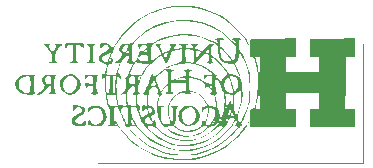
<source format=gbr>
%TF.GenerationSoftware,KiCad,Pcbnew,8.0.5*%
%TF.CreationDate,2024-10-09T23:06:34-04:00*%
%TF.ProjectId,4-Channel Array V3,342d4368-616e-46e6-956c-204172726179,rev?*%
%TF.SameCoordinates,Original*%
%TF.FileFunction,Legend,Bot*%
%TF.FilePolarity,Positive*%
%FSLAX46Y46*%
G04 Gerber Fmt 4.6, Leading zero omitted, Abs format (unit mm)*
G04 Created by KiCad (PCBNEW 8.0.5) date 2024-10-09 23:06:34*
%MOMM*%
%LPD*%
G01*
G04 APERTURE LIST*
%ADD10C,0.000000*%
G04 APERTURE END LIST*
D10*
%TO.C,G\u002A\u002A\u002A*%
G36*
X179999422Y-67484359D02*
G01*
X180014778Y-74256650D01*
X164984360Y-74241139D01*
X149953941Y-74225627D01*
X164952799Y-74209729D01*
X179951656Y-74193832D01*
X179967860Y-67452950D01*
X179984065Y-60712070D01*
X179999422Y-67484359D01*
G37*
G36*
X169537786Y-64652161D02*
G01*
X169663631Y-64885646D01*
X170023687Y-65611891D01*
X170295520Y-66415420D01*
X170337514Y-66591796D01*
X170372844Y-66814440D01*
X170394775Y-67078899D01*
X170405471Y-67412881D01*
X170407097Y-67844088D01*
X170407047Y-67854953D01*
X170403308Y-68245858D01*
X170393931Y-68543042D01*
X170375463Y-68777146D01*
X170344453Y-68978814D01*
X170297450Y-69178689D01*
X170231001Y-69407413D01*
X170211702Y-69468862D01*
X170093900Y-69800483D01*
X169955080Y-70140464D01*
X169821339Y-70424038D01*
X169782415Y-70499773D01*
X169690996Y-70693091D01*
X169639325Y-70827769D01*
X169637705Y-70878325D01*
X169662668Y-70888851D01*
X169692118Y-70972167D01*
X169674614Y-71022619D01*
X169581242Y-71066010D01*
X169542780Y-71079739D01*
X169510961Y-71103962D01*
X169424403Y-71169857D01*
X169264490Y-71325928D01*
X169085984Y-71526613D01*
X168793085Y-71846731D01*
X168214235Y-72351064D01*
X167559227Y-72787277D01*
X166854403Y-73138794D01*
X166126109Y-73389038D01*
X165803277Y-73456410D01*
X165308011Y-73513928D01*
X164768926Y-73536393D01*
X164226988Y-73523750D01*
X163723164Y-73475942D01*
X163298421Y-73392913D01*
X162653837Y-73176569D01*
X161941201Y-72837036D01*
X161281124Y-72414387D01*
X160695593Y-71922959D01*
X160206594Y-71377087D01*
X160085872Y-71235116D01*
X159952060Y-71112986D01*
X159920330Y-71097290D01*
X160046680Y-71097290D01*
X160528739Y-71615521D01*
X160672078Y-71764416D01*
X160932728Y-72016120D01*
X161189837Y-72244731D01*
X161404228Y-72414497D01*
X161748645Y-72637087D01*
X162284834Y-72919077D01*
X162846459Y-73151987D01*
X163381095Y-73312012D01*
X163392501Y-73314611D01*
X163723191Y-73378353D01*
X164086446Y-73431382D01*
X164405665Y-73462451D01*
X164958104Y-73466695D01*
X165748974Y-73374602D01*
X166520013Y-73172988D01*
X167255008Y-72868960D01*
X167937745Y-72469622D01*
X168552011Y-71982078D01*
X169081592Y-71413434D01*
X169327320Y-71103962D01*
X169181271Y-71049394D01*
X169109118Y-71020000D01*
X169075092Y-70977920D01*
X169144705Y-70914037D01*
X169207799Y-70849284D01*
X169254187Y-70734357D01*
X169232922Y-70626799D01*
X169166419Y-70627607D01*
X169053029Y-70740926D01*
X168891108Y-70967811D01*
X168806974Y-71085843D01*
X168606844Y-71331801D01*
X168367590Y-71596565D01*
X168124345Y-71840159D01*
X167978757Y-71971220D01*
X167372658Y-72414287D01*
X166697469Y-72763231D01*
X165975337Y-73006038D01*
X165791420Y-73046564D01*
X165249875Y-73116503D01*
X164667776Y-73132713D01*
X164096327Y-73095234D01*
X163586732Y-73004109D01*
X163347108Y-72935716D01*
X162665571Y-72662940D01*
X162022202Y-72291819D01*
X161442627Y-71838734D01*
X160952471Y-71320068D01*
X160918780Y-71278577D01*
X160778789Y-71119980D01*
X160672635Y-71021408D01*
X160621109Y-71002769D01*
X160603488Y-71017387D01*
X160490138Y-71053510D01*
X160317017Y-71077339D01*
X160046680Y-71097290D01*
X159920330Y-71097290D01*
X159857095Y-71066010D01*
X159796613Y-71056088D01*
X159744828Y-71003448D01*
X159747242Y-70986661D01*
X159810451Y-70940886D01*
X159814505Y-70939935D01*
X159811005Y-70878273D01*
X159755291Y-70739360D01*
X159657780Y-70549877D01*
X159499809Y-70227346D01*
X159342139Y-69836911D01*
X159298003Y-69708192D01*
X159408983Y-69708192D01*
X159422991Y-69807270D01*
X159481465Y-69979983D01*
X159575158Y-70197404D01*
X159602976Y-70256195D01*
X159754339Y-70558378D01*
X159869626Y-70751415D01*
X159953953Y-70842821D01*
X160012432Y-70840113D01*
X160014913Y-70836862D01*
X160034428Y-70745336D01*
X160047977Y-70566244D01*
X160048659Y-70544760D01*
X160308202Y-70544760D01*
X160318624Y-70709761D01*
X160345856Y-70841927D01*
X160382987Y-70888986D01*
X160479650Y-70934669D01*
X160576425Y-70939797D01*
X160618737Y-70893965D01*
X160610756Y-70867655D01*
X160554554Y-70754610D01*
X160462654Y-70596798D01*
X160308523Y-70346551D01*
X160308202Y-70544760D01*
X160048659Y-70544760D01*
X160055371Y-70333332D01*
X160056425Y-70080343D01*
X160050949Y-69841023D01*
X160038757Y-69649116D01*
X160019661Y-69538368D01*
X160006877Y-69515213D01*
X159900140Y-69451725D01*
X159771988Y-69439409D01*
X160307882Y-69439409D01*
X160307882Y-69785990D01*
X160313331Y-69923811D01*
X160341201Y-70080343D01*
X160355801Y-70162347D01*
X160450224Y-70408787D01*
X160608285Y-70690468D01*
X160746241Y-70893965D01*
X160841669Y-71034729D01*
X161190628Y-71468790D01*
X161748730Y-71996379D01*
X162380327Y-72426544D01*
X163075501Y-72752853D01*
X163824333Y-72968875D01*
X164314067Y-73040568D01*
X164986828Y-73058840D01*
X165652388Y-72993103D01*
X166266035Y-72845613D01*
X166428112Y-72789404D01*
X167130771Y-72468605D01*
X167772280Y-72047016D01*
X168338031Y-71535538D01*
X168813418Y-70945066D01*
X168915748Y-70793486D01*
X169041598Y-70596438D01*
X169099664Y-70474128D01*
X169092399Y-70408777D01*
X169022257Y-70382605D01*
X168891691Y-70377832D01*
X168871024Y-70377916D01*
X168710607Y-70394614D01*
X168604402Y-70462262D01*
X168499636Y-70612438D01*
X168466850Y-70670183D01*
X168391582Y-70836988D01*
X168364446Y-70956527D01*
X168356179Y-71015020D01*
X168296235Y-71066799D01*
X168292804Y-71067138D01*
X168212298Y-71118308D01*
X168208944Y-71121398D01*
X168080781Y-71239474D01*
X167924940Y-71406237D01*
X167705073Y-71631424D01*
X167242639Y-71998077D01*
X166713272Y-72308897D01*
X166153052Y-72540782D01*
X165953222Y-72603729D01*
X165713397Y-72665981D01*
X165483764Y-72702456D01*
X165219275Y-72719608D01*
X164874877Y-72723891D01*
X164629747Y-72722050D01*
X164343777Y-72709629D01*
X164107480Y-72679951D01*
X163876010Y-72626641D01*
X163604518Y-72543324D01*
X163540025Y-72521414D01*
X163226011Y-72397947D01*
X162915079Y-72253208D01*
X162666094Y-72114120D01*
X162610089Y-72076834D01*
X162373706Y-71897479D01*
X162114496Y-71673483D01*
X161852553Y-71425307D01*
X161607969Y-71173414D01*
X161547397Y-71104649D01*
X161688515Y-71104649D01*
X161696727Y-71132109D01*
X161774543Y-71231186D01*
X161915636Y-71381528D01*
X162102106Y-71563287D01*
X162104426Y-71565464D01*
X162632971Y-71984011D01*
X163221229Y-72312270D01*
X163838038Y-72532836D01*
X164194979Y-72608655D01*
X164899223Y-72664599D01*
X165599464Y-72600523D01*
X166279507Y-72418589D01*
X166923154Y-72120960D01*
X167079980Y-72019467D01*
X167286130Y-71865779D01*
X167505918Y-71687099D01*
X167716547Y-71503374D01*
X167895222Y-71334551D01*
X168019144Y-71200577D01*
X168065517Y-71121398D01*
X168063492Y-71113900D01*
X167990497Y-71079848D01*
X167845210Y-71066010D01*
X167750191Y-71073127D01*
X167622828Y-71117746D01*
X167478906Y-71220048D01*
X167286459Y-71399088D01*
X167080646Y-71583901D01*
X166571785Y-71925236D01*
X166006086Y-72169553D01*
X165405423Y-72310778D01*
X164791670Y-72342839D01*
X164186700Y-72259663D01*
X163876830Y-72162722D01*
X163421912Y-71954568D01*
X162987287Y-71686966D01*
X162622660Y-71387630D01*
X162555131Y-71322100D01*
X162392938Y-71175473D01*
X162269997Y-71095215D01*
X162151170Y-71062777D01*
X162001323Y-71059608D01*
X161924928Y-71063225D01*
X161767600Y-71080585D01*
X161688515Y-71104649D01*
X161547397Y-71104649D01*
X161400837Y-70938266D01*
X161251252Y-70740323D01*
X161179305Y-70600049D01*
X161172323Y-70575322D01*
X161448817Y-70575322D01*
X161481329Y-70713493D01*
X161554916Y-70821443D01*
X161719608Y-70896565D01*
X161947244Y-70863889D01*
X162116408Y-70807256D01*
X161985629Y-70538072D01*
X161916646Y-70415171D01*
X161801047Y-70306287D01*
X161674074Y-70317761D01*
X161521958Y-70446885D01*
X161514457Y-70455297D01*
X161448817Y-70575322D01*
X161172323Y-70575322D01*
X161150677Y-70498657D01*
X161083235Y-70289438D01*
X160999533Y-70049174D01*
X160913180Y-69815415D01*
X160837787Y-69625710D01*
X160786965Y-69517611D01*
X160782324Y-69511270D01*
X160682250Y-69460311D01*
X160523155Y-69439409D01*
X160307882Y-69439409D01*
X159771988Y-69439409D01*
X159746141Y-69436925D01*
X159598997Y-69469688D01*
X159512822Y-69548891D01*
X159484511Y-69609530D01*
X159415175Y-69696912D01*
X159408983Y-69708192D01*
X159298003Y-69708192D01*
X159200418Y-69423589D01*
X159089731Y-69031386D01*
X159025164Y-68704310D01*
X158982348Y-68375862D01*
X158605886Y-68375862D01*
X158229425Y-68375862D01*
X158271488Y-68610468D01*
X158272291Y-68614928D01*
X158319801Y-68847992D01*
X158374704Y-69079680D01*
X158407684Y-69194399D01*
X158459704Y-69277714D01*
X158558228Y-69309320D01*
X158742562Y-69314285D01*
X158846850Y-69317869D01*
X159007694Y-69340424D01*
X159087931Y-69376847D01*
X159084094Y-69415407D01*
X158997263Y-69439409D01*
X158954719Y-69442426D01*
X158914185Y-69466486D01*
X158900852Y-69501970D01*
X158889380Y-69532502D01*
X158876939Y-69661259D01*
X158873493Y-69873546D01*
X158875678Y-70190148D01*
X158877889Y-70372570D01*
X158884258Y-70632153D01*
X158896439Y-70798155D01*
X158917923Y-70891197D01*
X158952200Y-70931901D01*
X159002761Y-70940886D01*
X159075647Y-70934750D01*
X159084437Y-70893165D01*
X159018337Y-70782530D01*
X159017313Y-70780962D01*
X158953713Y-70661182D01*
X158944856Y-70593896D01*
X158947740Y-70592714D01*
X158999909Y-70639997D01*
X159094806Y-70767459D01*
X159214190Y-70950922D01*
X159397594Y-71215747D01*
X159690056Y-71573329D01*
X160030623Y-71940375D01*
X160388578Y-72284109D01*
X160733204Y-72571757D01*
X160734173Y-72572492D01*
X161170136Y-72866292D01*
X161679776Y-73150642D01*
X162212841Y-73399824D01*
X162719083Y-73588121D01*
X163508313Y-73779558D01*
X164371317Y-73869967D01*
X165237700Y-73843954D01*
X166092984Y-73703956D01*
X166922691Y-73452407D01*
X167712345Y-73091744D01*
X168447467Y-72624402D01*
X168463068Y-72612802D01*
X168805600Y-72331201D01*
X169163872Y-71992890D01*
X169507937Y-71629420D01*
X169807849Y-71272343D01*
X170033659Y-70953211D01*
X170052454Y-70922970D01*
X170169102Y-70745049D01*
X170257777Y-70625937D01*
X170300544Y-70590035D01*
X170299042Y-70660361D01*
X170227412Y-70807472D01*
X170096579Y-71010959D01*
X169920320Y-71252801D01*
X169712415Y-71514977D01*
X169486640Y-71779466D01*
X169256773Y-72028244D01*
X169036594Y-72243291D01*
X168933010Y-72335723D01*
X168219216Y-72876136D01*
X167429032Y-73317979D01*
X166563988Y-73660508D01*
X165625616Y-73902977D01*
X165574238Y-73908727D01*
X165399858Y-73915996D01*
X165140387Y-73919398D01*
X164821338Y-73918698D01*
X164468227Y-73913661D01*
X164071552Y-73900955D01*
X163577822Y-73864106D01*
X163148623Y-73798549D01*
X162748688Y-73696593D01*
X162342747Y-73550549D01*
X161895532Y-73352728D01*
X161237124Y-72999548D01*
X160551095Y-72527578D01*
X159949328Y-71994676D01*
X159450198Y-71415400D01*
X159176685Y-71045333D01*
X158778797Y-71059757D01*
X158611986Y-71059518D01*
X158438096Y-71040982D01*
X158338909Y-71007559D01*
X158331199Y-70965880D01*
X158431738Y-70922575D01*
X158448908Y-70917561D01*
X158505714Y-70881729D01*
X158538131Y-70802841D01*
X158552749Y-70653570D01*
X158556158Y-70406588D01*
X158547607Y-70157050D01*
X158518808Y-69882924D01*
X158474804Y-69654235D01*
X158420914Y-69497542D01*
X158392648Y-69469432D01*
X158506963Y-69469432D01*
X158514450Y-69543678D01*
X158533268Y-69553465D01*
X158556158Y-69501970D01*
X158551643Y-69468850D01*
X158514450Y-69460262D01*
X158506963Y-69469432D01*
X158392648Y-69469432D01*
X158362458Y-69439409D01*
X158337376Y-69422707D01*
X158318465Y-69329926D01*
X158317626Y-69303743D01*
X158298840Y-69160452D01*
X158260574Y-68943498D01*
X158208939Y-68688670D01*
X158153714Y-68363875D01*
X158108793Y-67925507D01*
X158090791Y-67484452D01*
X158085800Y-67192302D01*
X158071291Y-66950314D01*
X158047218Y-66830615D01*
X158013266Y-66831831D01*
X157969121Y-66952586D01*
X157957066Y-66993440D01*
X157920308Y-67050873D01*
X157868940Y-66999507D01*
X157833753Y-66920835D01*
X157814760Y-66811822D01*
X158180788Y-66811822D01*
X158180788Y-67531281D01*
X158181008Y-67627222D01*
X158186455Y-67924118D01*
X158200579Y-68116289D01*
X158225194Y-68219805D01*
X158262118Y-68250739D01*
X158346223Y-68235307D01*
X158418365Y-68166013D01*
X158463567Y-68024759D01*
X158486941Y-67794004D01*
X158492865Y-67493306D01*
X158743843Y-67493306D01*
X158744797Y-67690129D01*
X158751994Y-67935595D01*
X158768758Y-68090210D01*
X158798043Y-68175443D01*
X158842802Y-68212764D01*
X158895259Y-68232080D01*
X158963739Y-68239325D01*
X158980096Y-68176185D01*
X158960163Y-68016133D01*
X158958852Y-68006842D01*
X158949676Y-67820728D01*
X158955279Y-67620049D01*
X159063083Y-67620049D01*
X159068489Y-67974843D01*
X159085866Y-68331135D01*
X159114500Y-68655228D01*
X159153675Y-68913426D01*
X159162576Y-68955975D01*
X159216535Y-69193422D01*
X159267330Y-69388022D01*
X159309526Y-69524065D01*
X159337692Y-69585843D01*
X159346393Y-69557647D01*
X159330196Y-69423768D01*
X159321794Y-69342719D01*
X159337578Y-69217409D01*
X159389369Y-69181103D01*
X159463301Y-69251724D01*
X159469379Y-69259066D01*
X159566726Y-69298294D01*
X159725425Y-69314285D01*
X159792017Y-69313959D01*
X159899774Y-69298383D01*
X159929544Y-69232475D01*
X159910106Y-69079680D01*
X159906283Y-69055301D01*
X159881249Y-68820714D01*
X159870639Y-68583120D01*
X159870267Y-68441501D01*
X159937362Y-68441501D01*
X159954585Y-68681558D01*
X159979916Y-68912263D01*
X160008199Y-69105100D01*
X160032997Y-69215193D01*
X160071879Y-69264205D01*
X160190882Y-69302860D01*
X160408418Y-69314285D01*
X160745813Y-69314285D01*
X160745813Y-68845074D01*
X160745484Y-68750868D01*
X160808375Y-68750868D01*
X160809557Y-68827506D01*
X160811571Y-68845074D01*
X160836449Y-69062092D01*
X160897363Y-69185134D01*
X160977244Y-69288650D01*
X161051500Y-69445874D01*
X161069792Y-69502278D01*
X161083161Y-69614342D01*
X161030449Y-69665838D01*
X161023922Y-69668490D01*
X160981343Y-69710594D01*
X160985939Y-69802038D01*
X161038571Y-69975740D01*
X161062121Y-70042403D01*
X161144991Y-70226862D01*
X161216452Y-70293535D01*
X161280901Y-70247346D01*
X161286811Y-70239258D01*
X161382340Y-70166481D01*
X161533872Y-70089750D01*
X161670136Y-70020898D01*
X161718930Y-69939737D01*
X161705315Y-69798966D01*
X161662548Y-69608980D01*
X161625414Y-69527015D01*
X161756435Y-69527015D01*
X161773404Y-69718019D01*
X161779510Y-69748905D01*
X161829725Y-69899085D01*
X161898319Y-69930643D01*
X161994550Y-69849064D01*
X162040421Y-69764028D01*
X162032141Y-69608241D01*
X161921843Y-69479608D01*
X161902273Y-69467918D01*
X161798878Y-69444474D01*
X161756435Y-69527015D01*
X161625414Y-69527015D01*
X161610534Y-69494170D01*
X161548014Y-69489278D01*
X161465835Y-69586173D01*
X161395237Y-69682579D01*
X161310995Y-69742745D01*
X161262102Y-69683347D01*
X161246306Y-69503534D01*
X161246691Y-69434054D01*
X161259949Y-69313245D01*
X161311869Y-69275894D01*
X161428810Y-69291353D01*
X161611315Y-69327854D01*
X161613552Y-69276691D01*
X161715517Y-69276691D01*
X161918457Y-69318788D01*
X161963339Y-69328810D01*
X162169830Y-69410801D01*
X162278343Y-69546156D01*
X162309852Y-69758435D01*
X162309814Y-69764028D01*
X162309533Y-69804805D01*
X162297064Y-69924487D01*
X162248602Y-70013886D01*
X162140083Y-70104051D01*
X161947442Y-70226029D01*
X161946093Y-70234333D01*
X161973604Y-70319502D01*
X162037231Y-70463929D01*
X162079047Y-70544898D01*
X162164176Y-70663754D01*
X162224427Y-70683691D01*
X162247291Y-70596798D01*
X162254349Y-70553628D01*
X162309852Y-70502955D01*
X162327830Y-70514652D01*
X162359767Y-70613167D01*
X162372414Y-70779233D01*
X162372911Y-70807256D01*
X162373856Y-70860610D01*
X162392212Y-70984658D01*
X162447450Y-71093561D01*
X162559070Y-71219362D01*
X162746571Y-71394104D01*
X163025012Y-71622256D01*
X163563414Y-71944372D01*
X164163618Y-72160344D01*
X164529770Y-72224050D01*
X164974141Y-72246939D01*
X165419189Y-72224135D01*
X165806273Y-72155798D01*
X165948751Y-72113312D01*
X166447342Y-71901564D01*
X166915462Y-71610173D01*
X167321820Y-71261036D01*
X167635127Y-70876048D01*
X167709278Y-70767003D01*
X167807002Y-70643329D01*
X167865971Y-70593131D01*
X167873809Y-70625080D01*
X167818139Y-70747844D01*
X167780612Y-70832159D01*
X167780183Y-70878325D01*
X168218058Y-70878325D01*
X168268565Y-70838916D01*
X168359123Y-70710225D01*
X168465955Y-70518596D01*
X168518774Y-70405895D01*
X168530255Y-70333083D01*
X168479655Y-70315271D01*
X168447831Y-70328202D01*
X168433351Y-70346551D01*
X168369110Y-70427955D01*
X168294161Y-70596798D01*
X168263297Y-70690730D01*
X168224554Y-70825410D01*
X168218058Y-70878325D01*
X167780183Y-70878325D01*
X167799447Y-70868082D01*
X167860782Y-70782506D01*
X167926329Y-70651505D01*
X167972645Y-70525630D01*
X167976288Y-70455434D01*
X167960362Y-70448223D01*
X167940394Y-70502955D01*
X167936937Y-70536259D01*
X167906820Y-70552797D01*
X167904261Y-70510762D01*
X167936111Y-70379359D01*
X167947652Y-70346551D01*
X168002956Y-70346551D01*
X168034237Y-70377832D01*
X168065517Y-70346551D01*
X168034237Y-70315271D01*
X168002956Y-70346551D01*
X167947652Y-70346551D01*
X167991669Y-70221428D01*
X168065517Y-70221428D01*
X168096798Y-70252709D01*
X168128079Y-70221428D01*
X168096798Y-70190148D01*
X168065517Y-70221428D01*
X167991669Y-70221428D01*
X168000320Y-70196835D01*
X168014004Y-70161227D01*
X168051265Y-70033744D01*
X168128079Y-70033744D01*
X168159360Y-70065024D01*
X168189809Y-70034576D01*
X168528941Y-70034576D01*
X168551018Y-70137619D01*
X168590365Y-70167763D01*
X168634440Y-70153456D01*
X168666559Y-70090433D01*
X168768214Y-70090433D01*
X168783749Y-70163436D01*
X168876277Y-70173137D01*
X168917898Y-70168110D01*
X168982467Y-70123454D01*
X168970952Y-70004664D01*
X168937710Y-69890853D01*
X168887587Y-69807739D01*
X168837893Y-69848970D01*
X168784143Y-70014789D01*
X168768214Y-70090433D01*
X168666559Y-70090433D01*
X168682683Y-70058795D01*
X168749685Y-69863659D01*
X168751217Y-69858861D01*
X168789143Y-69666572D01*
X168770570Y-69534346D01*
X168768822Y-69531300D01*
X168726615Y-69506179D01*
X168674293Y-69576750D01*
X168602030Y-69755934D01*
X168575300Y-69834108D01*
X168529133Y-70033744D01*
X168528941Y-70034576D01*
X168189809Y-70034576D01*
X168190641Y-70033744D01*
X168159360Y-70002463D01*
X168128079Y-70033744D01*
X168051265Y-70033744D01*
X168090777Y-69898561D01*
X168205553Y-69898561D01*
X168238824Y-69854381D01*
X168305360Y-69699497D01*
X168402983Y-69436354D01*
X168456378Y-69293838D01*
X168458347Y-69289631D01*
X168996126Y-69289631D01*
X169011525Y-69524633D01*
X169040498Y-69666572D01*
X169048913Y-69707799D01*
X169113371Y-69877340D01*
X169225142Y-70123454D01*
X169241225Y-70158867D01*
X169342525Y-69923934D01*
X169466495Y-69564811D01*
X169571751Y-69080379D01*
X169631111Y-68561326D01*
X169637319Y-68053670D01*
X169629557Y-67887882D01*
X169424729Y-68084950D01*
X169371887Y-68134616D01*
X169368981Y-68137141D01*
X169223838Y-68263275D01*
X169114072Y-68344581D01*
X169104044Y-68351049D01*
X169055704Y-68410473D01*
X169024597Y-68522612D01*
X169006912Y-68706487D01*
X169006423Y-68711576D01*
X168996880Y-69001478D01*
X168996126Y-69289631D01*
X168458347Y-69289631D01*
X168565066Y-69061651D01*
X168657623Y-68951832D01*
X168733477Y-68964872D01*
X168792058Y-69101265D01*
X168821716Y-69185844D01*
X168864392Y-69209880D01*
X168902280Y-69133291D01*
X168929562Y-68970415D01*
X168940421Y-68735591D01*
X168940491Y-68706487D01*
X168937081Y-68516657D01*
X168915686Y-68418357D01*
X168861013Y-68381465D01*
X168757767Y-68375862D01*
X168603155Y-68361855D01*
X168416920Y-68316081D01*
X168259685Y-68256301D01*
X168296609Y-68779507D01*
X168304086Y-68940616D01*
X168306238Y-68986991D01*
X168298216Y-69330837D01*
X168259269Y-69597636D01*
X168247512Y-69645038D01*
X168207723Y-69829594D01*
X168205553Y-69898561D01*
X168090777Y-69898561D01*
X168125893Y-69778420D01*
X168194732Y-69361495D01*
X168220104Y-68940616D01*
X168201594Y-68545947D01*
X168138785Y-68207650D01*
X168031261Y-67955890D01*
X167972685Y-67846862D01*
X167940394Y-67734395D01*
X167926244Y-67665527D01*
X167874625Y-67539556D01*
X168193913Y-67539556D01*
X168226855Y-67818965D01*
X168352606Y-68058254D01*
X168477420Y-68167381D01*
X168647332Y-68243840D01*
X168804219Y-68254841D01*
X168908408Y-68190913D01*
X168916036Y-68137141D01*
X168899869Y-67981958D01*
X168858650Y-67765272D01*
X168799992Y-67521066D01*
X168731511Y-67283321D01*
X168660822Y-67086021D01*
X168594447Y-66947556D01*
X168537972Y-66903522D01*
X168468036Y-66940374D01*
X168390301Y-67016799D01*
X168249741Y-67259132D01*
X168193913Y-67539556D01*
X167874625Y-67539556D01*
X167856072Y-67494280D01*
X167740952Y-67272107D01*
X167596420Y-67030788D01*
X167502504Y-66884297D01*
X167479953Y-66925039D01*
X167448206Y-67101907D01*
X167433383Y-67334924D01*
X167435329Y-67591587D01*
X167449829Y-67785219D01*
X167453886Y-67839393D01*
X167488898Y-68045839D01*
X167540210Y-68178423D01*
X167594851Y-68262487D01*
X167599320Y-68321363D01*
X167517948Y-68353685D01*
X167483643Y-68363597D01*
X167431568Y-68400063D01*
X167432902Y-68480219D01*
X167483213Y-68640683D01*
X167514389Y-68748585D01*
X167564329Y-68998927D01*
X167593959Y-69254104D01*
X167609206Y-69398282D01*
X167632468Y-69515178D01*
X167655603Y-69631436D01*
X167716070Y-69804415D01*
X167765710Y-69951197D01*
X167793285Y-70032735D01*
X167797556Y-70158867D01*
X167803863Y-70345109D01*
X167718391Y-70633952D01*
X167661187Y-70722185D01*
X167489255Y-70890964D01*
X167283311Y-71016445D01*
X167091078Y-71065776D01*
X167084203Y-71065995D01*
X166971720Y-71107384D01*
X166951131Y-71114960D01*
X166813160Y-71223613D01*
X166802335Y-71235038D01*
X166425543Y-71542791D01*
X165979126Y-71764152D01*
X165487013Y-71895067D01*
X164973130Y-71931478D01*
X164461405Y-71869330D01*
X163975766Y-71704568D01*
X163805625Y-71613812D01*
X163478080Y-71391252D01*
X163159261Y-71119954D01*
X163136431Y-71097716D01*
X163224826Y-71097716D01*
X163433154Y-71273013D01*
X163677186Y-71449468D01*
X164102104Y-71667792D01*
X164549508Y-71808967D01*
X164899203Y-71863608D01*
X165275357Y-71860532D01*
X165673779Y-71782315D01*
X165679067Y-71780888D01*
X166037923Y-71663012D01*
X166326563Y-71513538D01*
X166599160Y-71304493D01*
X166823654Y-71107384D01*
X166646925Y-71033762D01*
X166533564Y-70997144D01*
X166424990Y-71013898D01*
X166290653Y-71109188D01*
X166262288Y-71132303D01*
X165860754Y-71379799D01*
X165428711Y-71513502D01*
X164984452Y-71532452D01*
X164546267Y-71435692D01*
X164132448Y-71222263D01*
X163994607Y-71131120D01*
X163846942Y-71057838D01*
X163708098Y-71037197D01*
X163525568Y-71054697D01*
X163224826Y-71097716D01*
X163136431Y-71097716D01*
X162969261Y-70934884D01*
X162834119Y-70782498D01*
X162746025Y-70638781D01*
X162681446Y-70464752D01*
X162616849Y-70221428D01*
X162616833Y-70221363D01*
X162513632Y-69657792D01*
X162512146Y-69582290D01*
X162569248Y-69582290D01*
X162581624Y-69706486D01*
X162584117Y-69712064D01*
X162603702Y-69702657D01*
X162610464Y-69595813D01*
X162610051Y-69576385D01*
X162599220Y-69493289D01*
X162579306Y-69518801D01*
X162569248Y-69582290D01*
X162512146Y-69582290D01*
X162503879Y-69162265D01*
X162587282Y-68719950D01*
X162624202Y-68599911D01*
X162667420Y-68457711D01*
X162684545Y-68398799D01*
X162652880Y-68384481D01*
X162544458Y-68350850D01*
X162478107Y-68330361D01*
X162442256Y-68293270D01*
X162514567Y-68226157D01*
X162525636Y-68217406D01*
X162591486Y-68121736D01*
X162566281Y-67985471D01*
X162493825Y-67861149D01*
X162348776Y-67775512D01*
X162115502Y-67750246D01*
X162090161Y-67750692D01*
X161949553Y-67790749D01*
X161866903Y-67919848D01*
X161833126Y-68065395D01*
X161837063Y-68227479D01*
X161843828Y-68317027D01*
X161793753Y-68391491D01*
X161762621Y-68423407D01*
X161727427Y-68574238D01*
X161715658Y-68847083D01*
X161715517Y-69276691D01*
X161613552Y-69276691D01*
X161632136Y-68851712D01*
X161652956Y-68375571D01*
X161480912Y-68375716D01*
X161345908Y-68350567D01*
X161313503Y-68287445D01*
X161395804Y-68206926D01*
X161402267Y-68201892D01*
X161462894Y-68109826D01*
X161554010Y-67928144D01*
X161664404Y-67680492D01*
X161699185Y-67595354D01*
X161997045Y-67595354D01*
X161999308Y-67599590D01*
X162073424Y-67617751D01*
X162219702Y-67625123D01*
X162256246Y-67624378D01*
X162377270Y-67606283D01*
X162409265Y-67571575D01*
X162367563Y-67485054D01*
X162308812Y-67340858D01*
X162241452Y-67163689D01*
X162119248Y-67364637D01*
X162099224Y-67397967D01*
X162026469Y-67527649D01*
X161997045Y-67595354D01*
X161699185Y-67595354D01*
X161782867Y-67390517D01*
X161806823Y-67329751D01*
X161920046Y-67053539D01*
X161930905Y-67028922D01*
X162372414Y-67028922D01*
X162374634Y-67050322D01*
X162413274Y-67185176D01*
X162488211Y-67385754D01*
X162565513Y-67571575D01*
X162584060Y-67616160D01*
X162685436Y-67840498D01*
X162776952Y-68022870D01*
X162843224Y-68127381D01*
X162915741Y-68234886D01*
X162926133Y-68335523D01*
X162851529Y-68375862D01*
X162808874Y-68397080D01*
X162733397Y-68524810D01*
X162658290Y-68756696D01*
X162588435Y-69079680D01*
X162546174Y-69314285D01*
X162803382Y-69314285D01*
X162865667Y-69316152D01*
X163004991Y-69338110D01*
X163060591Y-69376847D01*
X163037129Y-69413209D01*
X162935468Y-69439409D01*
X162901535Y-69441386D01*
X162852286Y-69467002D01*
X162824829Y-69542413D01*
X162820600Y-69595813D01*
X162812927Y-69692716D01*
X162810345Y-69943008D01*
X162814826Y-70129836D01*
X162859816Y-70481590D01*
X162953115Y-70718182D01*
X163094675Y-70839463D01*
X163241167Y-70867880D01*
X163443218Y-70868632D01*
X163606819Y-70837287D01*
X163634270Y-70812857D01*
X163628503Y-70721458D01*
X163552957Y-70549588D01*
X163487901Y-70393410D01*
X163406620Y-70043502D01*
X163403157Y-69985141D01*
X163478372Y-69985141D01*
X163600052Y-70441363D01*
X163641295Y-70536377D01*
X163722777Y-70662777D01*
X163787188Y-70666415D01*
X163834032Y-70548183D01*
X163862814Y-70308976D01*
X163873038Y-69949685D01*
X163873065Y-69918871D01*
X163868810Y-69690763D01*
X163851407Y-69556578D01*
X163813760Y-69488206D01*
X163748769Y-69457536D01*
X163740255Y-69455259D01*
X163633366Y-69407541D01*
X163638564Y-69361936D01*
X163743657Y-69327749D01*
X163936453Y-69314285D01*
X164049132Y-69318507D01*
X164192995Y-69341159D01*
X164249261Y-69376847D01*
X164247443Y-69391801D01*
X164186700Y-69439409D01*
X164178171Y-69443495D01*
X164149836Y-69531038D01*
X164130984Y-69716234D01*
X164124138Y-69977368D01*
X164120295Y-70180298D01*
X164088420Y-70506216D01*
X164022974Y-70728514D01*
X163985665Y-70815788D01*
X163964069Y-70942743D01*
X164014663Y-71047901D01*
X164152294Y-71153541D01*
X164391811Y-71281942D01*
X164591494Y-71364335D01*
X165018343Y-71446021D01*
X165454753Y-71416822D01*
X165868661Y-71276846D01*
X165941300Y-71240496D01*
X166103772Y-71149935D01*
X166194233Y-71062410D01*
X166243022Y-70938194D01*
X166262802Y-70832228D01*
X166605492Y-70832228D01*
X166640176Y-70888038D01*
X166725166Y-70931107D01*
X166882527Y-70938218D01*
X166998953Y-70857428D01*
X167143034Y-70857428D01*
X167168589Y-70877842D01*
X167244174Y-70843399D01*
X167339037Y-70760961D01*
X167352172Y-70744927D01*
X167429307Y-70592137D01*
X167478244Y-70401232D01*
X167511239Y-70158867D01*
X167379396Y-70436793D01*
X167335925Y-70525496D01*
X167245912Y-70693276D01*
X167179664Y-70796522D01*
X167143034Y-70857428D01*
X166998953Y-70857428D01*
X167032572Y-70834099D01*
X167187847Y-70612438D01*
X167214122Y-70565625D01*
X167363859Y-70232853D01*
X167424132Y-69951197D01*
X167395947Y-69730728D01*
X167280308Y-69581520D01*
X167078221Y-69513647D01*
X166876847Y-69494043D01*
X166876463Y-69702794D01*
X166876236Y-69826455D01*
X166853285Y-70080091D01*
X166717766Y-70497986D01*
X166700098Y-70536319D01*
X166623788Y-70723425D01*
X166605492Y-70832228D01*
X166262802Y-70832228D01*
X166280473Y-70737561D01*
X166318826Y-70597924D01*
X166372238Y-70511639D01*
X166418920Y-70507310D01*
X166438916Y-70602011D01*
X166441450Y-70640326D01*
X166477369Y-70690310D01*
X166543398Y-70646844D01*
X166623607Y-70525643D01*
X166702065Y-70342421D01*
X166758380Y-70146055D01*
X166799900Y-69909046D01*
X166810502Y-69702794D01*
X166789039Y-69557151D01*
X166734364Y-69501970D01*
X166680886Y-69510736D01*
X166544890Y-69579897D01*
X166426786Y-69685213D01*
X166376355Y-69787045D01*
X166369468Y-69826988D01*
X166310017Y-69877340D01*
X166300200Y-69875028D01*
X166265861Y-69799420D01*
X166263096Y-69642734D01*
X166277822Y-69528721D01*
X166324068Y-69430621D01*
X166417771Y-69401293D01*
X166429218Y-69400697D01*
X166613191Y-69378395D01*
X166695729Y-69321562D01*
X166687734Y-69206855D01*
X166600111Y-69010932D01*
X166507307Y-68849706D01*
X166224572Y-68519927D01*
X165872519Y-68285593D01*
X165467050Y-68158666D01*
X165332412Y-68140391D01*
X165292184Y-68146469D01*
X165282415Y-68147945D01*
X165329764Y-68188428D01*
X165389166Y-68241400D01*
X165406223Y-68313991D01*
X165388485Y-68327143D01*
X165276001Y-68343254D01*
X165103792Y-68336457D01*
X164916643Y-68311899D01*
X164759336Y-68274730D01*
X164676654Y-68230101D01*
X164635030Y-68209207D01*
X164511337Y-68235103D01*
X164340998Y-68318255D01*
X164151810Y-68441854D01*
X163971574Y-68589093D01*
X163828087Y-68743163D01*
X163605974Y-69113204D01*
X163480637Y-69540253D01*
X163478372Y-69985141D01*
X163403157Y-69985141D01*
X163384609Y-69672553D01*
X163428200Y-69341865D01*
X163562319Y-69012245D01*
X163787208Y-68682496D01*
X164071118Y-68400915D01*
X164388318Y-68192710D01*
X164469562Y-68165287D01*
X164760820Y-68165287D01*
X164812315Y-68188177D01*
X164845435Y-68183662D01*
X164854023Y-68146469D01*
X164844854Y-68138982D01*
X164770608Y-68146469D01*
X164760820Y-68165287D01*
X164469562Y-68165287D01*
X164713074Y-68083092D01*
X164937439Y-68046683D01*
X164937439Y-67710780D01*
X164937439Y-67374877D01*
X164311823Y-67374877D01*
X163686207Y-67374877D01*
X163686207Y-67781527D01*
X163686894Y-67873816D01*
X163698156Y-68064023D01*
X163727412Y-68161029D01*
X163780049Y-68188177D01*
X163823491Y-68197114D01*
X163873977Y-68266379D01*
X163854259Y-68301197D01*
X163745881Y-68326618D01*
X163529888Y-68323151D01*
X163317583Y-68298748D01*
X163203898Y-68261230D01*
X163198926Y-68216427D01*
X163310838Y-68170050D01*
X163385544Y-68130836D01*
X163425625Y-68035020D01*
X163435961Y-67849945D01*
X163433036Y-67760525D01*
X163411980Y-67618555D01*
X163377286Y-67562561D01*
X163336309Y-67586648D01*
X163237670Y-67688898D01*
X163116435Y-67844088D01*
X163031523Y-67959768D01*
X162938186Y-68079280D01*
X162893582Y-68125616D01*
X162868297Y-68113826D01*
X162887102Y-68033704D01*
X162985202Y-67889312D01*
X163154434Y-67694157D01*
X163183804Y-67662665D01*
X163324338Y-67501592D01*
X163399667Y-67373486D01*
X163429890Y-67230378D01*
X163435107Y-67024300D01*
X163426925Y-66742338D01*
X163397590Y-66539793D01*
X163339925Y-66409552D01*
X163246730Y-66324883D01*
X163228905Y-66314610D01*
X163158027Y-66298327D01*
X163070405Y-66331802D01*
X162942371Y-66428181D01*
X162750255Y-66600609D01*
X162695395Y-66652231D01*
X162530744Y-66818543D01*
X162415692Y-66952485D01*
X162372414Y-67028922D01*
X161930905Y-67028922D01*
X162018908Y-66829424D01*
X162093486Y-66679070D01*
X162133861Y-66624138D01*
X162138300Y-66624316D01*
X162185687Y-66671059D01*
X162192873Y-66703821D01*
X162243298Y-66807504D01*
X162283130Y-66835007D01*
X162361031Y-66809661D01*
X162490211Y-66714094D01*
X162687903Y-66537853D01*
X162704746Y-66522338D01*
X162914329Y-66344387D01*
X163073976Y-66237795D01*
X163167183Y-66213723D01*
X163225199Y-66226696D01*
X163389437Y-66242570D01*
X163597481Y-66248768D01*
X163635904Y-66249131D01*
X163825037Y-66265410D01*
X163925357Y-66300036D01*
X163924807Y-66344931D01*
X163811330Y-66392019D01*
X163763967Y-66410018D01*
X163714542Y-66468613D01*
X163691735Y-66590299D01*
X163686207Y-66805965D01*
X163690058Y-66982221D01*
X163702285Y-67130296D01*
X163719980Y-67187192D01*
X163734173Y-67183965D01*
X163749824Y-67177494D01*
X163905173Y-67177494D01*
X164421306Y-67182343D01*
X164580570Y-67183192D01*
X164773946Y-67178298D01*
X164881329Y-67160337D01*
X164927550Y-67123522D01*
X164937439Y-67062069D01*
X164891329Y-66973743D01*
X164748258Y-66940482D01*
X164519863Y-66969924D01*
X164217980Y-67062069D01*
X163905173Y-67177494D01*
X163749824Y-67177494D01*
X163833828Y-67142763D01*
X163985867Y-67069310D01*
X164092923Y-67022165D01*
X164330247Y-66940894D01*
X164414382Y-66919235D01*
X165182555Y-66919235D01*
X165187243Y-67062069D01*
X165197509Y-67374877D01*
X165200760Y-67473925D01*
X165218966Y-68028614D01*
X165481941Y-68073355D01*
X165676696Y-68119465D01*
X166069185Y-68302368D01*
X166403372Y-68588996D01*
X166665122Y-68968652D01*
X166675860Y-68989072D01*
X166791930Y-69184355D01*
X166889525Y-69285327D01*
X166989437Y-69314137D01*
X166992902Y-69314168D01*
X167150754Y-69344540D01*
X167327549Y-69414732D01*
X167521790Y-69515178D01*
X167484152Y-69112124D01*
X167445329Y-68816661D01*
X167376642Y-68565760D01*
X167280230Y-68421833D01*
X167152025Y-68375862D01*
X167083270Y-68369828D01*
X166984436Y-68324935D01*
X166970528Y-68261016D01*
X167058238Y-68207950D01*
X167081319Y-68201712D01*
X167161179Y-68167502D01*
X167173056Y-68112188D01*
X167111244Y-68012231D01*
X166970038Y-67844088D01*
X166885426Y-67748995D01*
X166790658Y-67660492D01*
X166754147Y-67653833D01*
X166968521Y-67653833D01*
X167000106Y-67746762D01*
X167016568Y-67776340D01*
X167104458Y-67889421D01*
X167166289Y-67893220D01*
X167189655Y-67785219D01*
X167189647Y-67781967D01*
X167161026Y-67659745D01*
X167062331Y-67625123D01*
X167031328Y-67625877D01*
X166968521Y-67653833D01*
X166754147Y-67653833D01*
X166732615Y-67649906D01*
X166685596Y-67704641D01*
X166665497Y-67734036D01*
X166585804Y-67783568D01*
X166532872Y-67733199D01*
X166536073Y-67602911D01*
X166540979Y-67507157D01*
X166455815Y-67358889D01*
X166297340Y-67248979D01*
X166039318Y-67124082D01*
X165748041Y-67020790D01*
X165472316Y-66958951D01*
X165182555Y-66919235D01*
X164414382Y-66919235D01*
X164577710Y-66877189D01*
X164771850Y-66833214D01*
X164883373Y-66788084D01*
X164928805Y-66723301D01*
X164937439Y-66617739D01*
X164913791Y-66482095D01*
X164843596Y-66396515D01*
X164754695Y-66344450D01*
X164767712Y-66295678D01*
X164884473Y-66261592D01*
X165093843Y-66248768D01*
X165137432Y-66249223D01*
X165326704Y-66265754D01*
X165427038Y-66300306D01*
X165426412Y-66345016D01*
X165312808Y-66392019D01*
X165309746Y-66392840D01*
X165215488Y-66462288D01*
X165187685Y-66617089D01*
X165191054Y-66692422D01*
X165235643Y-66796318D01*
X165359729Y-66844756D01*
X165478506Y-66870073D01*
X165821145Y-66960020D01*
X166107727Y-67070338D01*
X166391594Y-67220445D01*
X166576173Y-67319541D01*
X166798795Y-67418550D01*
X166970288Y-67472771D01*
X167189655Y-67513925D01*
X167189655Y-67162874D01*
X167189655Y-66811822D01*
X166939939Y-66811822D01*
X166896962Y-66812522D01*
X166716604Y-66845324D01*
X166612082Y-66936946D01*
X166597309Y-66959851D01*
X166511066Y-67051540D01*
X166457392Y-67022734D01*
X166438916Y-66874384D01*
X166438916Y-66686699D01*
X166853227Y-66686699D01*
X166883355Y-66686678D01*
X167088841Y-66683237D01*
X167192879Y-66669171D01*
X167216735Y-66637705D01*
X167181675Y-66582064D01*
X167176679Y-66576097D01*
X167020238Y-66436246D01*
X166783757Y-66275305D01*
X166503027Y-66113928D01*
X166213840Y-65972767D01*
X165951987Y-65872475D01*
X165638210Y-65796482D01*
X165084973Y-65742661D01*
X164514047Y-65772821D01*
X163964855Y-65883778D01*
X163476819Y-66072349D01*
X163411736Y-66103810D01*
X163274301Y-66157227D01*
X163205119Y-66163903D01*
X163211430Y-66134208D01*
X163306770Y-66066269D01*
X163484364Y-65978070D01*
X163722387Y-65880090D01*
X163999015Y-65782803D01*
X164241186Y-65703652D01*
X164248453Y-65700806D01*
X165722769Y-65700806D01*
X166097101Y-65836349D01*
X166243402Y-65895340D01*
X166541720Y-66042761D01*
X166840573Y-66218798D01*
X167100664Y-66399445D01*
X167282698Y-66560693D01*
X167378688Y-66637705D01*
X167384997Y-66642767D01*
X167512159Y-66686699D01*
X167597646Y-66705595D01*
X167620301Y-66767850D01*
X167533744Y-66834446D01*
X167528781Y-66836823D01*
X167509420Y-66871803D01*
X167476093Y-66843103D01*
X167502504Y-66884297D01*
X167509420Y-66871803D01*
X167612804Y-66960837D01*
X167712215Y-67067660D01*
X167786609Y-67195443D01*
X167794033Y-67217498D01*
X167848171Y-67302076D01*
X167913292Y-67269356D01*
X167996440Y-67116695D01*
X168107625Y-66951426D01*
X168261563Y-66819528D01*
X168271026Y-66814046D01*
X168273980Y-66811822D01*
X168644101Y-66811822D01*
X168785280Y-67202832D01*
X168850303Y-67396931D01*
X168924414Y-67654239D01*
X168970699Y-67859729D01*
X168998497Y-67996240D01*
X169048327Y-68104559D01*
X169116301Y-68096051D01*
X169212884Y-67975728D01*
X169324920Y-67744623D01*
X169373431Y-67473785D01*
X169343240Y-67220722D01*
X169241832Y-67009798D01*
X169076690Y-66865377D01*
X168855302Y-66811822D01*
X168644101Y-66811822D01*
X168273980Y-66811822D01*
X168390874Y-66723828D01*
X168440491Y-66646660D01*
X168418118Y-66576493D01*
X168323274Y-66422405D01*
X168171460Y-66220533D01*
X167981626Y-65991939D01*
X167772724Y-65757681D01*
X167563704Y-65538820D01*
X167373516Y-65356417D01*
X167221111Y-65231530D01*
X167125441Y-65185221D01*
X167114338Y-65191325D01*
X167103236Y-65269784D01*
X167119308Y-65398069D01*
X167153527Y-65524234D01*
X167196868Y-65596330D01*
X167233126Y-65623456D01*
X167249191Y-65687205D01*
X167157547Y-65731609D01*
X166970690Y-65748276D01*
X166845523Y-65744393D01*
X166716840Y-65717136D01*
X166707218Y-65661583D01*
X166814286Y-65575110D01*
X166902680Y-65477432D01*
X166939409Y-65280140D01*
X166933716Y-65179264D01*
X166880120Y-65055911D01*
X166740473Y-64960438D01*
X166541537Y-64857564D01*
X166132153Y-65279185D01*
X165722769Y-65700806D01*
X164248453Y-65700806D01*
X164436984Y-65626971D01*
X164551778Y-65545539D01*
X164605726Y-65434349D01*
X164618984Y-65268392D01*
X164611708Y-65022661D01*
X164606153Y-64871779D01*
X164884511Y-64871779D01*
X164894091Y-65086848D01*
X164916953Y-65302713D01*
X164949128Y-65477404D01*
X164986646Y-65568950D01*
X165031791Y-65593681D01*
X165170430Y-65631281D01*
X165342426Y-65657253D01*
X165496333Y-65664819D01*
X165580711Y-65647204D01*
X165585600Y-65640268D01*
X165607721Y-65538012D01*
X165620312Y-65357591D01*
X165623492Y-65138617D01*
X165617377Y-64920701D01*
X165605600Y-64784186D01*
X165757244Y-64784186D01*
X165762677Y-64963166D01*
X165774304Y-65138617D01*
X165782020Y-65255052D01*
X166022645Y-65008010D01*
X166230990Y-64794108D01*
X166664169Y-64794108D01*
X166729064Y-64855173D01*
X166768268Y-64882636D01*
X166873940Y-64927713D01*
X166925690Y-64872315D01*
X166939409Y-64705104D01*
X166939409Y-64475233D01*
X166779669Y-64625302D01*
X166775640Y-64629090D01*
X166676794Y-64731919D01*
X166670897Y-64760967D01*
X166664169Y-64794108D01*
X166230990Y-64794108D01*
X166263270Y-64760967D01*
X166034094Y-64685332D01*
X165990784Y-64671759D01*
X165847381Y-64638432D01*
X165774126Y-64640488D01*
X165765582Y-64664242D01*
X165757244Y-64784186D01*
X165605600Y-64784186D01*
X165602086Y-64743455D01*
X165577737Y-64646491D01*
X165549149Y-64622941D01*
X165420528Y-64572861D01*
X165236682Y-64533486D01*
X165116268Y-64517082D01*
X164993288Y-64515219D01*
X164933707Y-64556668D01*
X164900204Y-64654896D01*
X164892181Y-64699479D01*
X164884511Y-64871779D01*
X164606153Y-64871779D01*
X164593350Y-64524028D01*
X164189827Y-64588738D01*
X163786303Y-64653448D01*
X163715031Y-64828820D01*
X163564211Y-65199930D01*
X163507184Y-65335164D01*
X163408122Y-65546745D01*
X163326355Y-65692697D01*
X163275429Y-65747343D01*
X163230882Y-65711737D01*
X163152391Y-65587298D01*
X163066122Y-65404187D01*
X162998026Y-65250562D01*
X162925890Y-65113074D01*
X162881730Y-65060098D01*
X162818801Y-65080715D01*
X162677364Y-65164109D01*
X162504111Y-65287188D01*
X162333547Y-65423494D01*
X162200180Y-65546570D01*
X162138515Y-65629957D01*
X162106576Y-65696108D01*
X162022483Y-65748276D01*
X161947984Y-65789959D01*
X161823824Y-65907190D01*
X161680336Y-66073476D01*
X161579481Y-66207362D01*
X161358135Y-66550190D01*
X161171560Y-66907183D01*
X161026047Y-67258985D01*
X160928175Y-67585279D01*
X160927886Y-67586241D01*
X160883368Y-67869594D01*
X160898782Y-68089690D01*
X160980419Y-68227173D01*
X161030196Y-68267695D01*
X161046044Y-68314241D01*
X160949138Y-68350850D01*
X160892807Y-68371719D01*
X160838120Y-68428454D01*
X160813866Y-68543782D01*
X160808375Y-68750868D01*
X160745484Y-68750868D01*
X160745238Y-68680271D01*
X160738092Y-68507558D01*
X160715595Y-68416823D01*
X160668963Y-68381709D01*
X160589409Y-68375862D01*
X160577516Y-68375684D01*
X160460312Y-68343219D01*
X160439292Y-68277361D01*
X160526847Y-68210801D01*
X160535616Y-68206849D01*
X160599794Y-68108801D01*
X160620690Y-67899957D01*
X160620687Y-67895259D01*
X160611555Y-67723918D01*
X160575114Y-67644505D01*
X160497009Y-67625123D01*
X160494780Y-67625150D01*
X160376915Y-67676681D01*
X160266493Y-67797167D01*
X160163648Y-67947693D01*
X160036929Y-68108114D01*
X159980486Y-68183862D01*
X159944216Y-68287991D01*
X159937362Y-68441501D01*
X159870267Y-68441501D01*
X159869951Y-68321167D01*
X159635345Y-68354262D01*
X159400739Y-68387358D01*
X159633995Y-68178285D01*
X159685516Y-68131179D01*
X159804683Y-67997392D01*
X159857476Y-67859112D01*
X159866309Y-67727960D01*
X159944134Y-67727960D01*
X159953604Y-67772917D01*
X159974950Y-67810160D01*
X160012563Y-67729489D01*
X160055497Y-67585279D01*
X160047212Y-67516053D01*
X159989207Y-67543404D01*
X159957094Y-67595933D01*
X159944134Y-67727960D01*
X159866309Y-67727960D01*
X159871128Y-67656404D01*
X159870523Y-67561105D01*
X159857668Y-67337850D01*
X159833293Y-67168357D01*
X159833208Y-67166222D01*
X160120197Y-67166222D01*
X160142169Y-67316428D01*
X160241207Y-67435237D01*
X160326612Y-67470037D01*
X160491454Y-67500000D01*
X160540190Y-67495931D01*
X160592395Y-67457730D01*
X160615487Y-67354352D01*
X160620690Y-67155911D01*
X160617618Y-66965688D01*
X160597841Y-66859697D01*
X160545694Y-66818664D01*
X160445517Y-66811822D01*
X160269756Y-66842888D01*
X160155985Y-66957395D01*
X160120197Y-67166222D01*
X159833208Y-67166222D01*
X159826991Y-67009837D01*
X159918613Y-66855549D01*
X160001908Y-66736890D01*
X160045180Y-66657735D01*
X160182759Y-66657735D01*
X160183102Y-66658884D01*
X160248408Y-66672941D01*
X160404822Y-66682911D01*
X160620690Y-66686699D01*
X160715866Y-66687191D01*
X160929183Y-66696373D01*
X161033208Y-66721190D01*
X161039649Y-66766886D01*
X160960218Y-66838701D01*
X160891563Y-66948254D01*
X160882016Y-67154820D01*
X160882106Y-67155911D01*
X160902217Y-67398986D01*
X161023172Y-67059692D01*
X161046128Y-67000726D01*
X161157527Y-66767526D01*
X161309157Y-66496283D01*
X161475098Y-66234337D01*
X161806068Y-65748276D01*
X161343716Y-65748276D01*
X161204157Y-65747793D01*
X161020377Y-65740470D01*
X160915942Y-65716584D01*
X160860920Y-65666439D01*
X160825384Y-65580337D01*
X160769404Y-65412398D01*
X160595410Y-65721101D01*
X160574525Y-65758874D01*
X160561846Y-65783653D01*
X160473878Y-65955574D01*
X160369232Y-66178188D01*
X160275733Y-66392338D01*
X160208527Y-66563646D01*
X160182759Y-66657735D01*
X160045180Y-66657735D01*
X160110001Y-66539160D01*
X160214575Y-66311330D01*
X160215187Y-66309857D01*
X160308797Y-66094899D01*
X160392125Y-65921285D01*
X160447197Y-65826478D01*
X160463401Y-65783653D01*
X160400972Y-65756029D01*
X160232127Y-65748276D01*
X160143651Y-65746764D01*
X159962488Y-65724370D01*
X159902767Y-65674916D01*
X159963870Y-65598058D01*
X159995568Y-65563084D01*
X160053216Y-65430837D01*
X160087446Y-65263863D01*
X160090341Y-65112369D01*
X160053985Y-65026561D01*
X159971059Y-65010439D01*
X159837707Y-65082372D01*
X159691915Y-65250328D01*
X159543630Y-65499465D01*
X159402805Y-65814944D01*
X159279388Y-66181921D01*
X159267891Y-66222430D01*
X159207452Y-66461582D01*
X159182391Y-66616126D01*
X159193670Y-66674556D01*
X159242253Y-66625365D01*
X159276264Y-66589078D01*
X159325823Y-66616445D01*
X159392108Y-66749868D01*
X159442590Y-66893989D01*
X159450223Y-67005135D01*
X159396465Y-67020023D01*
X159286627Y-66929602D01*
X159154440Y-66787716D01*
X159113974Y-66932682D01*
X159111782Y-66940533D01*
X159091049Y-67049739D01*
X159070364Y-67300449D01*
X159063083Y-67620049D01*
X158955279Y-67620049D01*
X158956771Y-67566622D01*
X158978788Y-67296675D01*
X159000494Y-67095203D01*
X159011438Y-66932682D01*
X158999588Y-66848408D01*
X158960150Y-66816686D01*
X158888330Y-66811822D01*
X158846148Y-66813110D01*
X158796948Y-66830173D01*
X158766757Y-66884847D01*
X158750934Y-66999008D01*
X158744842Y-67194535D01*
X158743967Y-67456207D01*
X158743843Y-67493306D01*
X158492865Y-67493306D01*
X158493596Y-67456207D01*
X158493596Y-66811822D01*
X158337192Y-66811822D01*
X158180788Y-66811822D01*
X157814760Y-66811822D01*
X157806377Y-66763709D01*
X157807223Y-66727216D01*
X157840998Y-66651041D01*
X157950292Y-66658115D01*
X157962359Y-66661055D01*
X158037606Y-66666910D01*
X158087201Y-66624067D01*
X158126100Y-66507545D01*
X158169258Y-66292364D01*
X158177735Y-66246327D01*
X158220100Y-66003323D01*
X158233903Y-65855905D01*
X158214033Y-65780184D01*
X158155376Y-65752271D01*
X158052821Y-65748276D01*
X157937433Y-65729770D01*
X157751229Y-65628951D01*
X157610727Y-65471704D01*
X157572878Y-65350542D01*
X157826038Y-65350542D01*
X157903319Y-65502513D01*
X157975938Y-65561485D01*
X158121583Y-65615421D01*
X158257838Y-65611478D01*
X158336654Y-65544950D01*
X158359605Y-65480597D01*
X158417200Y-65322806D01*
X158491063Y-65122660D01*
X158544833Y-64977035D01*
X158597443Y-64824804D01*
X158608310Y-64760110D01*
X158578540Y-64764545D01*
X158509237Y-64819698D01*
X158474685Y-64845444D01*
X158322583Y-64935301D01*
X158135268Y-65025949D01*
X158037412Y-65073652D01*
X157871516Y-65205987D01*
X157826038Y-65350542D01*
X157572878Y-65350542D01*
X157555173Y-65293865D01*
X157560841Y-65219681D01*
X157630780Y-65052977D01*
X157793022Y-64902457D01*
X158063361Y-64751259D01*
X158196098Y-64685308D01*
X158327298Y-64600942D01*
X158386155Y-64516249D01*
X158399754Y-64403202D01*
X158399751Y-64399829D01*
X158386255Y-64276253D01*
X158321645Y-64219473D01*
X158168917Y-64196325D01*
X158058336Y-64192579D01*
X157929905Y-64228924D01*
X157831169Y-64340301D01*
X157773490Y-64414810D01*
X157694699Y-64454452D01*
X157654042Y-64383162D01*
X157661530Y-64208706D01*
X157683222Y-64102485D01*
X157729027Y-64042596D01*
X157831433Y-64022785D01*
X158024637Y-64025828D01*
X158195862Y-64040509D01*
X158459167Y-64114026D01*
X158624159Y-64242196D01*
X158681281Y-64419291D01*
X158681360Y-64429748D01*
X158692392Y-64491717D01*
X158729641Y-64476413D01*
X158803965Y-64372778D01*
X158926218Y-64169750D01*
X159100780Y-63886463D01*
X159643611Y-63158514D01*
X160266953Y-62518310D01*
X160961862Y-61972280D01*
X161719391Y-61526856D01*
X162530594Y-61188468D01*
X163386524Y-60963547D01*
X163826111Y-60903885D01*
X164371098Y-60873244D01*
X164942593Y-60877106D01*
X165492085Y-60915039D01*
X165971061Y-60986609D01*
X166327850Y-61070786D01*
X167168091Y-61358052D01*
X167956414Y-61757686D01*
X168685984Y-62265862D01*
X169349969Y-62878752D01*
X169462474Y-63000355D01*
X169694319Y-63268143D01*
X169906548Y-63534566D01*
X170086246Y-63781385D01*
X170220497Y-63990360D01*
X170296387Y-64143253D01*
X170301000Y-64221824D01*
X170297969Y-64222711D01*
X170246525Y-64172077D01*
X170152042Y-64041981D01*
X170032408Y-63856737D01*
X169931959Y-63705600D01*
X169655729Y-63352847D01*
X169315998Y-62977905D01*
X168941948Y-62610235D01*
X168562761Y-62279296D01*
X168207618Y-62014548D01*
X167724734Y-61724414D01*
X166945778Y-61363426D01*
X166126109Y-61100504D01*
X165904164Y-61049766D01*
X165656429Y-61008966D01*
X165382554Y-60983461D01*
X165049601Y-60970312D01*
X164624631Y-60966582D01*
X164499555Y-60967057D01*
X163940295Y-60985341D01*
X163457215Y-61035578D01*
X163011345Y-61125194D01*
X162563715Y-61261613D01*
X162075355Y-61452259D01*
X161955629Y-61504562D01*
X161241772Y-61890711D01*
X160568416Y-62379682D01*
X159952261Y-62954266D01*
X159410005Y-63597252D01*
X158958346Y-64291432D01*
X158736698Y-64760110D01*
X158613982Y-65019595D01*
X158581521Y-65105537D01*
X158507271Y-65319383D01*
X158462699Y-65475327D01*
X158456509Y-65544358D01*
X158501283Y-65519078D01*
X158563858Y-65412272D01*
X158626940Y-65298907D01*
X158691844Y-65255520D01*
X158729251Y-65328589D01*
X158731799Y-65513670D01*
X158726622Y-65579010D01*
X158703523Y-65711763D01*
X158651305Y-65761516D01*
X158545929Y-65760148D01*
X158499326Y-65756075D01*
X158414506Y-65769290D01*
X158358021Y-65834555D01*
X158315482Y-65975932D01*
X158272504Y-66217487D01*
X158265696Y-66258982D01*
X158231622Y-66445461D01*
X158202390Y-66577216D01*
X158201916Y-66578968D01*
X158200877Y-66635910D01*
X158252110Y-66668486D01*
X158379870Y-66683236D01*
X158608410Y-66686699D01*
X159044463Y-66686699D01*
X159176863Y-66250803D01*
X159180001Y-66240477D01*
X159250919Y-66009577D01*
X159311370Y-65816958D01*
X159348568Y-65703389D01*
X159353789Y-65688260D01*
X159362650Y-65627934D01*
X159303592Y-65670074D01*
X159227404Y-65714636D01*
X159097651Y-65744921D01*
X158981714Y-65740024D01*
X158931527Y-65696286D01*
X158977236Y-65635679D01*
X159093115Y-65557816D01*
X159150538Y-65517913D01*
X159288767Y-65376091D01*
X159416292Y-65195606D01*
X159502928Y-65043724D01*
X159541272Y-64945185D01*
X159522943Y-64882517D01*
X159497426Y-64859467D01*
X159903794Y-64859467D01*
X159962220Y-64872414D01*
X159991505Y-64864753D01*
X160370444Y-64864753D01*
X160370572Y-64929287D01*
X160378566Y-65270181D01*
X160402630Y-65493391D01*
X160447855Y-65604989D01*
X160519338Y-65611049D01*
X160622173Y-65517643D01*
X160761453Y-65330842D01*
X160794234Y-65279187D01*
X160887161Y-65279187D01*
X160946566Y-65385256D01*
X161016528Y-65463793D01*
X161145776Y-65521755D01*
X161358273Y-65548055D01*
X161473207Y-65553606D01*
X161608497Y-65546902D01*
X161671370Y-65507519D01*
X161695597Y-65422932D01*
X161703826Y-65309044D01*
X161695540Y-65122592D01*
X161689150Y-65081914D01*
X161655426Y-65006731D01*
X161570475Y-64980950D01*
X161397894Y-64988128D01*
X161343603Y-64993535D01*
X161180089Y-65031661D01*
X161121182Y-65090382D01*
X161093007Y-65146682D01*
X160986244Y-65205915D01*
X160912312Y-65229970D01*
X160887161Y-65279187D01*
X160794234Y-65279187D01*
X160847631Y-65195045D01*
X160956135Y-64973724D01*
X160974911Y-64894822D01*
X161997045Y-64894822D01*
X161997045Y-65309044D01*
X161997045Y-65560332D01*
X162372049Y-65284270D01*
X162395072Y-65267374D01*
X162584277Y-65132495D01*
X162735395Y-65031348D01*
X162770123Y-65011629D01*
X163062808Y-65011629D01*
X163080744Y-65090903D01*
X163141010Y-65227764D01*
X163170568Y-65278193D01*
X163212485Y-65313297D01*
X163256997Y-65261273D01*
X163326343Y-65107719D01*
X163356719Y-65033324D01*
X163404599Y-64894247D01*
X163413221Y-64828820D01*
X163340214Y-64825267D01*
X163220935Y-64872547D01*
X163110527Y-64944026D01*
X163062808Y-65011629D01*
X162770123Y-65011629D01*
X162817509Y-64984722D01*
X162828634Y-64967652D01*
X162812410Y-64868602D01*
X162754863Y-64712040D01*
X162672123Y-64531644D01*
X162580324Y-64361092D01*
X162495597Y-64234063D01*
X162434075Y-64184236D01*
X162419364Y-64182425D01*
X162372414Y-64121675D01*
X162378795Y-64107651D01*
X162465955Y-64072988D01*
X162622660Y-64059113D01*
X162730804Y-64065951D01*
X162847607Y-64099528D01*
X162876983Y-64148341D01*
X162800456Y-64197959D01*
X162775837Y-64220373D01*
X162777920Y-64322763D01*
X162841017Y-64518024D01*
X162883362Y-64623710D01*
X162950619Y-64770585D01*
X162994438Y-64838913D01*
X163015154Y-64841422D01*
X163125727Y-64814311D01*
X163287092Y-64750954D01*
X163437834Y-64655454D01*
X163569055Y-64522562D01*
X163657901Y-64383040D01*
X163686257Y-64265558D01*
X163636007Y-64198784D01*
X163564831Y-64161236D01*
X163569272Y-64112349D01*
X163667670Y-64074384D01*
X163842611Y-64059113D01*
X163926745Y-64061984D01*
X164068221Y-64084364D01*
X164124138Y-64121675D01*
X164122671Y-64136342D01*
X164071619Y-64184236D01*
X164068788Y-64184520D01*
X164012446Y-64238483D01*
X163944624Y-64349289D01*
X163893485Y-64464116D01*
X163887190Y-64530147D01*
X163931395Y-64531225D01*
X164069260Y-64515417D01*
X164264902Y-64484563D01*
X164328214Y-64473124D01*
X164510350Y-64428814D01*
X164600425Y-64376556D01*
X164624631Y-64303141D01*
X164604777Y-64229069D01*
X164499508Y-64184236D01*
X164426783Y-64172505D01*
X164374384Y-64121675D01*
X164414256Y-64093421D01*
X164549811Y-64068611D01*
X164749754Y-64059113D01*
X164919274Y-64065758D01*
X165068139Y-64088351D01*
X165125123Y-64121675D01*
X165117038Y-64148002D01*
X165038578Y-64184236D01*
X164982154Y-64207687D01*
X164919311Y-64309359D01*
X164909835Y-64370059D01*
X164949687Y-64422359D01*
X165084059Y-64435337D01*
X165254613Y-64445879D01*
X165422291Y-64473914D01*
X165450030Y-64480733D01*
X165540555Y-64473712D01*
X165563054Y-64377254D01*
X165545014Y-64291348D01*
X165469212Y-64206860D01*
X165386306Y-64160567D01*
X165387168Y-64109536D01*
X165491743Y-64073052D01*
X165688178Y-64059113D01*
X165699724Y-64059150D01*
X165888420Y-64073872D01*
X165988803Y-64108852D01*
X165988681Y-64154784D01*
X165875862Y-64202363D01*
X165797840Y-64246657D01*
X165750739Y-64384369D01*
X165750861Y-64394901D01*
X165775076Y-64488815D01*
X165862405Y-64553267D01*
X166043217Y-64611880D01*
X166335694Y-64690106D01*
X166655159Y-64374610D01*
X166819338Y-64223322D01*
X167000117Y-64098254D01*
X167144701Y-64059113D01*
X167156759Y-64059194D01*
X167287387Y-64081663D01*
X167298746Y-64140874D01*
X167189655Y-64232279D01*
X167169968Y-64245562D01*
X167104746Y-64323210D01*
X167072924Y-64454664D01*
X167064532Y-64675220D01*
X167064532Y-64705104D01*
X167064532Y-65040021D01*
X167428237Y-65322463D01*
X167626083Y-65486665D01*
X168024053Y-65894327D01*
X168401691Y-66397091D01*
X168519655Y-66549339D01*
X168639081Y-66625822D01*
X168777129Y-66646660D01*
X168805550Y-66650950D01*
X168832247Y-66652915D01*
X169057411Y-66702845D01*
X169268836Y-66793720D01*
X169490993Y-66924796D01*
X169428015Y-66696265D01*
X169386873Y-66572441D01*
X169295664Y-66347363D01*
X169187931Y-66116607D01*
X169010825Y-65765481D01*
X168676440Y-65770315D01*
X168353610Y-65738486D01*
X168220294Y-65680809D01*
X169126533Y-65680809D01*
X169133665Y-65770217D01*
X169186369Y-65918930D01*
X169290504Y-66152914D01*
X169520559Y-66748072D01*
X169560805Y-66924796D01*
X169685827Y-67473785D01*
X169691002Y-67496508D01*
X169726093Y-68053670D01*
X169739139Y-68260804D01*
X169664616Y-69033597D01*
X169467077Y-69807525D01*
X169452037Y-69853368D01*
X169384986Y-70090106D01*
X169358653Y-70221428D01*
X169345471Y-70287168D01*
X169343981Y-70333083D01*
X169341621Y-70405787D01*
X169366756Y-70474128D01*
X169378302Y-70505523D01*
X169465627Y-70659359D01*
X169467144Y-70661423D01*
X169512832Y-70711270D01*
X169556564Y-70711272D01*
X169611917Y-70645478D01*
X169692469Y-70497941D01*
X169811797Y-70252709D01*
X170011277Y-69802567D01*
X170166727Y-69352856D01*
X170267350Y-68903784D01*
X170322109Y-68414484D01*
X170339965Y-67844088D01*
X170339730Y-67737095D01*
X170293707Y-66968453D01*
X170165176Y-66271889D01*
X169948118Y-65623039D01*
X169636510Y-64997537D01*
X169473153Y-64716010D01*
X169439002Y-64997537D01*
X169418757Y-65128437D01*
X169324710Y-65418338D01*
X169169261Y-65615752D01*
X169159112Y-65624741D01*
X169126533Y-65680809D01*
X168220294Y-65680809D01*
X168064119Y-65613242D01*
X167856701Y-65393797D01*
X167731872Y-65080723D01*
X167690148Y-64674594D01*
X167690148Y-64255857D01*
X167315436Y-64028232D01*
X166923221Y-63815103D01*
X166228636Y-63544118D01*
X165503114Y-63382266D01*
X164763765Y-63330237D01*
X164027699Y-63388718D01*
X163312027Y-63558397D01*
X162633859Y-63839963D01*
X162561946Y-63877017D01*
X162314314Y-64007458D01*
X162152082Y-64113809D01*
X162057245Y-64225895D01*
X162011796Y-64373542D01*
X161997732Y-64586576D01*
X161997679Y-64610463D01*
X161997045Y-64894822D01*
X160974911Y-64894822D01*
X160996059Y-64805951D01*
X160996669Y-64790276D01*
X161308867Y-64790276D01*
X161308877Y-64790480D01*
X161364647Y-64804169D01*
X161496552Y-64809852D01*
X161606441Y-64802101D01*
X161670944Y-64748815D01*
X161684237Y-64610463D01*
X161684237Y-64411073D01*
X161496552Y-64590886D01*
X161451414Y-64634707D01*
X161349536Y-64739179D01*
X161308867Y-64790276D01*
X160996669Y-64790276D01*
X160997608Y-64766160D01*
X161028960Y-64651140D01*
X161082856Y-64621933D01*
X161135689Y-64696967D01*
X161173223Y-64710041D01*
X161274608Y-64664764D01*
X161407370Y-64573081D01*
X161540540Y-64459433D01*
X161643151Y-64348262D01*
X161684237Y-64264011D01*
X161676105Y-64232498D01*
X161597447Y-64195915D01*
X161418350Y-64196279D01*
X161307085Y-64208672D01*
X161166709Y-64257841D01*
X161090707Y-64356281D01*
X161041356Y-64446892D01*
X160988325Y-64497044D01*
X160981901Y-64495106D01*
X160946637Y-64425552D01*
X160919148Y-64297297D01*
X160908417Y-64166680D01*
X160923427Y-64090038D01*
X160936186Y-64084823D01*
X161045187Y-64071692D01*
X161237240Y-64062546D01*
X161481183Y-64059113D01*
X161508571Y-64059095D01*
X161750609Y-64054622D01*
X161937311Y-64034899D01*
X162110259Y-63989299D01*
X162311036Y-63907193D01*
X162581224Y-63777954D01*
X162760561Y-63692174D01*
X163205850Y-63505761D01*
X163622246Y-63380741D01*
X164059657Y-63304183D01*
X164567990Y-63263154D01*
X164578219Y-63262661D01*
X165326385Y-63282367D01*
X166055370Y-63408477D01*
X166742404Y-63635339D01*
X167364716Y-63957302D01*
X167627586Y-64123244D01*
X167627586Y-63934775D01*
X167608107Y-63802020D01*
X167533744Y-63746305D01*
X167490574Y-63739247D01*
X167439902Y-63683744D01*
X167479773Y-63655490D01*
X167615328Y-63630679D01*
X167815271Y-63621182D01*
X167978671Y-63628262D01*
X168127959Y-63654000D01*
X168193279Y-63690149D01*
X168161276Y-63727736D01*
X168018596Y-63757790D01*
X167846552Y-63777586D01*
X167846552Y-64403202D01*
X167852191Y-64689634D01*
X167883284Y-65016792D01*
X167946212Y-65249234D01*
X168046229Y-65403763D01*
X168188589Y-65497179D01*
X168200334Y-65501860D01*
X168377075Y-65542698D01*
X168565326Y-65547317D01*
X168720590Y-65518501D01*
X168798370Y-65459033D01*
X168776226Y-65402450D01*
X168683010Y-65271383D01*
X168533098Y-65090300D01*
X168343117Y-64880339D01*
X168173896Y-64696133D01*
X168028341Y-64527956D01*
X167940249Y-64413915D01*
X167924372Y-64371921D01*
X167945473Y-64379978D01*
X168043174Y-64456296D01*
X168188688Y-64593445D01*
X168358620Y-64767078D01*
X168529578Y-64952849D01*
X168678167Y-65126413D01*
X168780995Y-65263423D01*
X168787317Y-65272978D01*
X168880580Y-65388058D01*
X168951767Y-65435468D01*
X168991771Y-65417492D01*
X169064423Y-65305492D01*
X169128521Y-65118605D01*
X169174207Y-64889131D01*
X169191626Y-64649375D01*
X169191465Y-64583718D01*
X169184351Y-64437221D01*
X169154728Y-64321739D01*
X169086450Y-64207060D01*
X168963368Y-64062973D01*
X168769335Y-63859266D01*
X168532147Y-63627365D01*
X167893884Y-63119634D01*
X167199664Y-62714780D01*
X166462111Y-62414535D01*
X165693846Y-62220634D01*
X164907492Y-62134808D01*
X164115673Y-62158791D01*
X163331009Y-62294317D01*
X162566124Y-62543118D01*
X161833640Y-62906928D01*
X161706464Y-62985631D01*
X161435479Y-63171674D01*
X161165284Y-63377700D01*
X160916601Y-63585920D01*
X160710153Y-63778546D01*
X160566664Y-63937789D01*
X160506856Y-64045859D01*
X160482092Y-64131124D01*
X160428654Y-64184236D01*
X160409113Y-64222981D01*
X160394409Y-64326681D01*
X160389035Y-64364581D01*
X160375443Y-64586716D01*
X160375384Y-64589982D01*
X160370444Y-64864753D01*
X159991505Y-64864753D01*
X160028355Y-64855113D01*
X160104661Y-64752505D01*
X160109848Y-64589982D01*
X160099021Y-64558688D01*
X160055455Y-64564995D01*
X159975897Y-64680169D01*
X159910618Y-64800427D01*
X159903794Y-64859467D01*
X159497426Y-64859467D01*
X159451459Y-64817943D01*
X159342294Y-64705847D01*
X159300675Y-64585373D01*
X159556554Y-64585373D01*
X159632217Y-64734778D01*
X159665967Y-64766236D01*
X159744982Y-64801994D01*
X159822884Y-64750545D01*
X159927410Y-64599142D01*
X159979326Y-64509796D01*
X160050990Y-64326681D01*
X160026507Y-64219285D01*
X159905700Y-64184236D01*
X159828403Y-64193322D01*
X159672993Y-64277712D01*
X159576261Y-64420706D01*
X159556554Y-64585373D01*
X159300675Y-64585373D01*
X159278929Y-64522425D01*
X159336306Y-64312978D01*
X159349075Y-64288908D01*
X159433547Y-64169645D01*
X159546625Y-64099915D01*
X159720286Y-64067233D01*
X159986509Y-64059113D01*
X160160642Y-64055859D01*
X160288410Y-64034237D01*
X160400754Y-63976497D01*
X160532004Y-63864887D01*
X160716491Y-63681654D01*
X161026451Y-63393285D01*
X161676385Y-62916072D01*
X162403923Y-62529335D01*
X163196577Y-62240333D01*
X163370780Y-62196254D01*
X163826898Y-62120167D01*
X164342296Y-62075709D01*
X164873964Y-62064406D01*
X165378891Y-62087787D01*
X165814065Y-62147378D01*
X166537630Y-62343254D01*
X167310013Y-62673539D01*
X168034159Y-63119009D01*
X168708915Y-63679054D01*
X168866633Y-63827210D01*
X169020094Y-63963154D01*
X169108499Y-64024897D01*
X169145167Y-64021058D01*
X169143418Y-63960259D01*
X169097305Y-63852181D01*
X168964476Y-63743194D01*
X168932036Y-63730466D01*
X168835239Y-63679112D01*
X168848118Y-63645354D01*
X168975673Y-63626832D01*
X169222907Y-63621182D01*
X169419897Y-63628669D01*
X169572101Y-63651051D01*
X169629557Y-63683744D01*
X169618969Y-63712524D01*
X169535714Y-63746305D01*
X169522618Y-63747319D01*
X169473889Y-63788506D01*
X169448909Y-63907150D01*
X169441872Y-64126788D01*
X169444420Y-64256718D01*
X169470287Y-64461585D01*
X169536799Y-64649375D01*
X169537786Y-64652161D01*
G37*
G36*
X173445813Y-65842118D02*
G01*
X173445813Y-66499015D01*
X174822168Y-66499015D01*
X176198522Y-66499015D01*
X176198522Y-65842118D01*
X176198522Y-65185221D01*
X175804093Y-65185221D01*
X175409663Y-65185221D01*
X175413083Y-64418842D01*
X175416503Y-63652463D01*
X177340271Y-63635918D01*
X179264040Y-63619374D01*
X179264040Y-64399312D01*
X179264040Y-65179251D01*
X178873030Y-65197877D01*
X178482020Y-65216502D01*
X178465569Y-67390517D01*
X178449118Y-69564532D01*
X178856579Y-69564532D01*
X179264040Y-69564532D01*
X179264040Y-70347456D01*
X179264040Y-71130379D01*
X177340271Y-71113835D01*
X175416503Y-71097290D01*
X175416503Y-70346551D01*
X175416503Y-69595813D01*
X175807512Y-69577187D01*
X176198522Y-69558561D01*
X176198522Y-68904650D01*
X176198522Y-68250739D01*
X174822168Y-68250739D01*
X173445813Y-68250739D01*
X173445813Y-68907635D01*
X173445813Y-69564532D01*
X173852463Y-69564532D01*
X174259113Y-69564532D01*
X174259113Y-70346551D01*
X174259113Y-71128571D01*
X172325743Y-71128571D01*
X170392372Y-71128571D01*
X170370693Y-70831404D01*
X170370587Y-70829931D01*
X170362569Y-70613727D01*
X170362211Y-70333452D01*
X170369598Y-70049384D01*
X170379236Y-69842819D01*
X170394618Y-69682195D01*
X170423701Y-69599550D01*
X170476912Y-69568967D01*
X170564679Y-69564532D01*
X170650562Y-69557567D01*
X170721898Y-69514448D01*
X170730506Y-69497572D01*
X170833601Y-69497572D01*
X170866053Y-69550019D01*
X170999218Y-69564532D01*
X171193596Y-69564532D01*
X171185374Y-68673029D01*
X171182667Y-68424861D01*
X171177871Y-68172655D01*
X171171086Y-68031277D01*
X171161338Y-67992334D01*
X171147651Y-68047432D01*
X171129050Y-68188177D01*
X171110086Y-68325746D01*
X171055280Y-68633309D01*
X170985245Y-68957603D01*
X170910515Y-69251701D01*
X170841623Y-69468678D01*
X170833601Y-69497572D01*
X170730506Y-69497572D01*
X170777013Y-69406393D01*
X170837605Y-69204803D01*
X170841055Y-69192134D01*
X170997449Y-68428786D01*
X171068517Y-67630573D01*
X171052805Y-66838198D01*
X170948857Y-66092364D01*
X170896853Y-65850581D01*
X170827439Y-65563922D01*
X170765285Y-65371729D01*
X170702491Y-65256331D01*
X170651122Y-65215804D01*
X170818227Y-65215804D01*
X170819234Y-65223266D01*
X170841733Y-65318911D01*
X170887756Y-65496222D01*
X170949269Y-65724039D01*
X171019605Y-66011048D01*
X171085476Y-66336952D01*
X171128731Y-66616240D01*
X171143716Y-66734540D01*
X171158315Y-66809453D01*
X171168852Y-66792593D01*
X171176254Y-66675624D01*
X171181452Y-66450207D01*
X171185374Y-66108005D01*
X171193596Y-65185221D01*
X171005912Y-65185221D01*
X171003896Y-65185223D01*
X170872696Y-65194314D01*
X170818227Y-65215804D01*
X170651122Y-65215804D01*
X170631157Y-65200053D01*
X170543382Y-65185221D01*
X170502827Y-65184179D01*
X170439314Y-65165127D01*
X170402788Y-65101169D01*
X170383022Y-64965583D01*
X170369789Y-64731650D01*
X170363732Y-64483384D01*
X170367048Y-64195525D01*
X170380296Y-63965271D01*
X170411577Y-63652463D01*
X172335345Y-63635918D01*
X174259113Y-63619374D01*
X174259113Y-64402298D01*
X174259113Y-65185221D01*
X173852463Y-65185221D01*
X173445813Y-65185221D01*
X173445813Y-65842118D01*
G37*
G36*
X157625615Y-69375651D02*
G01*
X157894292Y-69524296D01*
X158096973Y-69760034D01*
X158211379Y-70067956D01*
X158220619Y-70236483D01*
X158161166Y-70515585D01*
X158028619Y-70769352D01*
X157842876Y-70950146D01*
X157714289Y-71014932D01*
X157543024Y-71047554D01*
X157304926Y-71037734D01*
X157170548Y-71025127D01*
X156961878Y-71007250D01*
X156820074Y-70997250D01*
X156734825Y-70979011D01*
X156689856Y-70907137D01*
X156679311Y-70746584D01*
X156688264Y-70620801D01*
X156729864Y-70518225D01*
X156793408Y-70527636D01*
X156865549Y-70655555D01*
X156906661Y-70736154D01*
X157063123Y-70878396D01*
X157270821Y-70938843D01*
X157494357Y-70911727D01*
X157698331Y-70791279D01*
X157792198Y-70677368D01*
X157895450Y-70424783D01*
X157922130Y-70138863D01*
X157870704Y-69862367D01*
X157739642Y-69638054D01*
X157672712Y-69578812D01*
X157526606Y-69518805D01*
X157304362Y-69501970D01*
X157255474Y-69502285D01*
X157076258Y-69518016D01*
X156960843Y-69572680D01*
X156858919Y-69687198D01*
X156779119Y-69785097D01*
X156696561Y-69840273D01*
X156659964Y-69779461D01*
X156666770Y-69601521D01*
X156672491Y-69559281D01*
X156716290Y-69425108D01*
X156795415Y-69391724D01*
X156813307Y-69392784D01*
X156956059Y-69381995D01*
X157138917Y-69350437D01*
X157313225Y-69329005D01*
X157625615Y-69375651D01*
G37*
G36*
X155754736Y-69295772D02*
G01*
X155938468Y-69315781D01*
X156209971Y-69400966D01*
X156374028Y-69546800D01*
X156429064Y-69752216D01*
X156427461Y-69784732D01*
X156351645Y-69968470D01*
X156159263Y-70140933D01*
X155846059Y-70306167D01*
X155752458Y-70348179D01*
X155619831Y-70424311D01*
X155566183Y-70501690D01*
X155564532Y-70609378D01*
X155584926Y-70689963D01*
X155691442Y-70821407D01*
X155852925Y-70885355D01*
X156033343Y-70879752D01*
X156196665Y-70802546D01*
X156306860Y-70651682D01*
X156312874Y-70636320D01*
X156381812Y-70519844D01*
X156440539Y-70508401D01*
X156478888Y-70583482D01*
X156486692Y-70726576D01*
X156453783Y-70919171D01*
X156451360Y-70927925D01*
X156418788Y-70995554D01*
X156350350Y-71032186D01*
X156216362Y-71045779D01*
X155987140Y-71044294D01*
X155683878Y-71014985D01*
X155454813Y-70930204D01*
X155323816Y-70784611D01*
X155282102Y-70572326D01*
X155295409Y-70442269D01*
X155370180Y-70289765D01*
X155528378Y-70157322D01*
X155789808Y-70023532D01*
X155980205Y-69929550D01*
X156121170Y-69820881D01*
X156163076Y-69706795D01*
X156118873Y-69569420D01*
X156116009Y-69564264D01*
X156003523Y-69472058D01*
X155842501Y-69447326D01*
X155675185Y-69481683D01*
X155543817Y-69566744D01*
X155490641Y-69694124D01*
X155488855Y-69707886D01*
X155428079Y-69752216D01*
X155415889Y-69747620D01*
X155379968Y-69665351D01*
X155365517Y-69512632D01*
X155365517Y-69273048D01*
X155754736Y-69295772D01*
G37*
G36*
X157022697Y-66687392D02*
G01*
X157270068Y-66697900D01*
X157433552Y-66719284D01*
X157492611Y-66749261D01*
X157490793Y-66764215D01*
X157430049Y-66811822D01*
X157412073Y-66834301D01*
X157388272Y-66962261D01*
X157372926Y-67189490D01*
X157367488Y-67500000D01*
X157369531Y-67697742D01*
X157381164Y-67959547D01*
X157401821Y-68128355D01*
X157430049Y-68188177D01*
X157458830Y-68198764D01*
X157492611Y-68282019D01*
X157472594Y-68331033D01*
X157376516Y-68365816D01*
X157179803Y-68375862D01*
X157017950Y-68367719D01*
X156891929Y-68331731D01*
X156882018Y-68270583D01*
X156992118Y-68188177D01*
X157022916Y-68168843D01*
X157096066Y-68062511D01*
X157117242Y-67873168D01*
X157116588Y-67784456D01*
X157097894Y-67672348D01*
X157026035Y-67631032D01*
X156865032Y-67625123D01*
X156670436Y-67647847D01*
X156576811Y-67718965D01*
X156544876Y-67782697D01*
X156488705Y-67809955D01*
X156446017Y-67732252D01*
X156429064Y-67562561D01*
X156435057Y-67462484D01*
X156467528Y-67341707D01*
X156515550Y-67304248D01*
X156564614Y-67370647D01*
X156574147Y-67383013D01*
X156671579Y-67422966D01*
X156833501Y-67448849D01*
X156992945Y-67446203D01*
X157090057Y-67388852D01*
X157118004Y-67255014D01*
X157088916Y-67024540D01*
X157060176Y-66909308D01*
X156996102Y-66829988D01*
X156869277Y-66811822D01*
X156716227Y-66821314D01*
X156549249Y-66875676D01*
X156491626Y-66974920D01*
X156485679Y-67011895D01*
X156429064Y-67062069D01*
X156428286Y-67062054D01*
X156384624Y-67006164D01*
X156366503Y-66874384D01*
X156366503Y-66686699D01*
X156929557Y-66686699D01*
X157022697Y-66687392D01*
G37*
G36*
X155972336Y-67819147D02*
G01*
X155815126Y-68073029D01*
X155548755Y-68266282D01*
X155469190Y-68303080D01*
X155152408Y-68377583D01*
X154852314Y-68337658D01*
X154589494Y-68185050D01*
X154543636Y-68142486D01*
X154349487Y-67878094D01*
X154265562Y-67595959D01*
X154560642Y-67595959D01*
X154562881Y-67779260D01*
X154606971Y-67912341D01*
X154707493Y-68050304D01*
X154816456Y-68157914D01*
X155011707Y-68246617D01*
X155222442Y-68213381D01*
X155455245Y-68058275D01*
X155466969Y-68047822D01*
X155657167Y-67800874D01*
X155729720Y-67511799D01*
X155684214Y-67182178D01*
X155678615Y-67164017D01*
X155574291Y-66956493D01*
X155410565Y-66845025D01*
X155162370Y-66811822D01*
X154979029Y-66844592D01*
X154777316Y-66981566D01*
X154635413Y-67210923D01*
X154566430Y-67517146D01*
X154560642Y-67595959D01*
X154265562Y-67595959D01*
X154264270Y-67591614D01*
X154283032Y-67305979D01*
X154400823Y-67044122D01*
X154612692Y-66828975D01*
X154913687Y-66683472D01*
X155098565Y-66641172D01*
X155257091Y-66649710D01*
X155456510Y-66713567D01*
X155546332Y-66751957D01*
X155809924Y-66937202D01*
X155969067Y-67190866D01*
X156022414Y-67511052D01*
X156022293Y-67511799D01*
X155972336Y-67819147D01*
G37*
G36*
X153800425Y-67228903D02*
G01*
X153791483Y-67479451D01*
X153796991Y-67735500D01*
X153816857Y-67964618D01*
X153850986Y-68134370D01*
X153899286Y-68212323D01*
X153944664Y-68241333D01*
X153958155Y-68312858D01*
X153953205Y-68319133D01*
X153863414Y-68355564D01*
X153713621Y-68372882D01*
X153549757Y-68371206D01*
X153417755Y-68350651D01*
X153363547Y-68311337D01*
X153374492Y-68276988D01*
X153457389Y-68210801D01*
X153466158Y-68206849D01*
X153530336Y-68108801D01*
X153551232Y-67899957D01*
X153551227Y-67893525D01*
X153541995Y-67723096D01*
X153505373Y-67644287D01*
X153426893Y-67625123D01*
X153408106Y-67626881D01*
X153283301Y-67700890D01*
X153149501Y-67867576D01*
X153114007Y-67921637D01*
X152913994Y-68161692D01*
X152705109Y-68319246D01*
X152510529Y-68375862D01*
X152456374Y-68373711D01*
X152375199Y-68341954D01*
X152409960Y-68270450D01*
X152561188Y-68156896D01*
X152588874Y-68137663D01*
X152751483Y-67984462D01*
X152886512Y-67801446D01*
X153018028Y-67571120D01*
X152877980Y-67422045D01*
X152847271Y-67386900D01*
X152748540Y-67186212D01*
X152759340Y-67072721D01*
X153028136Y-67072721D01*
X153044284Y-67264057D01*
X153107551Y-67374728D01*
X153207467Y-67460187D01*
X153368195Y-67507782D01*
X153481224Y-67488259D01*
X153536565Y-67375988D01*
X153551232Y-67155911D01*
X153551232Y-67152427D01*
X153547916Y-66957219D01*
X153526883Y-66855913D01*
X153471463Y-66817712D01*
X153364989Y-66811822D01*
X153275508Y-66822433D01*
X153113184Y-66914268D01*
X153028136Y-67072721D01*
X152759340Y-67072721D01*
X152767344Y-66988614D01*
X152902772Y-66816363D01*
X152956964Y-66778011D01*
X153085470Y-66722098D01*
X153263439Y-66694253D01*
X153528388Y-66686699D01*
X153602976Y-66687381D01*
X153834654Y-66702191D01*
X153966091Y-66733847D01*
X153989057Y-66779037D01*
X153895320Y-66834446D01*
X153862034Y-66874048D01*
X153823911Y-67016291D01*
X153808873Y-67152427D01*
X153800425Y-67228903D01*
G37*
G36*
X152051797Y-67697742D02*
G01*
X152063430Y-67959547D01*
X152084087Y-68128355D01*
X152112315Y-68188177D01*
X152141096Y-68198764D01*
X152174877Y-68282019D01*
X152166362Y-68307912D01*
X152071921Y-68357854D01*
X151897110Y-68382070D01*
X151672212Y-68381586D01*
X151427513Y-68357428D01*
X151193297Y-68310624D01*
X150999846Y-68242198D01*
X150885339Y-68177569D01*
X150660499Y-67971542D01*
X150528028Y-67723228D01*
X150495495Y-67501720D01*
X150799913Y-67501720D01*
X150841448Y-67795040D01*
X150976197Y-68013197D01*
X151211340Y-68163505D01*
X151334094Y-68210136D01*
X151530637Y-68246385D01*
X151660395Y-68191581D01*
X151738842Y-68034922D01*
X151781455Y-67765609D01*
X151790978Y-67607156D01*
X151790922Y-67330735D01*
X151772485Y-67099939D01*
X151752820Y-66979260D01*
X151715331Y-66864092D01*
X151644490Y-66819353D01*
X151510034Y-66811822D01*
X151234528Y-66851358D01*
X150999897Y-66984786D01*
X150852160Y-67204356D01*
X150799913Y-67501720D01*
X150495495Y-67501720D01*
X150488902Y-67456831D01*
X150544098Y-67196554D01*
X150694590Y-66966601D01*
X150941355Y-66791175D01*
X151073960Y-66749219D01*
X151279776Y-66714271D01*
X151518444Y-66691884D01*
X151758627Y-66683126D01*
X151968985Y-66689059D01*
X152118181Y-66710749D01*
X152174877Y-66749261D01*
X152173059Y-66764215D01*
X152112315Y-66811822D01*
X152094339Y-66834301D01*
X152070538Y-66962261D01*
X152055192Y-67189490D01*
X152049754Y-67500000D01*
X152050861Y-67607156D01*
X152051797Y-67697742D01*
G37*
G36*
X156974437Y-64060691D02*
G01*
X157158028Y-64080145D01*
X157263791Y-64115544D01*
X157276043Y-64158980D01*
X157179099Y-64202547D01*
X157167891Y-64205681D01*
X157116239Y-64233237D01*
X157083178Y-64293789D01*
X157064622Y-64410365D01*
X157056484Y-64605992D01*
X157054680Y-64903694D01*
X157054722Y-64967889D01*
X157057369Y-65244762D01*
X157067089Y-65423867D01*
X157087993Y-65528249D01*
X157124194Y-65580953D01*
X157179803Y-65605025D01*
X157252861Y-65634600D01*
X157304926Y-65693011D01*
X157277615Y-65716529D01*
X157161290Y-65738727D01*
X156991988Y-65747031D01*
X156811911Y-65741604D01*
X156663265Y-65722612D01*
X156588252Y-65690218D01*
X156592794Y-65646313D01*
X156678402Y-65592160D01*
X156686963Y-65589333D01*
X156740562Y-65559351D01*
X156774868Y-65498296D01*
X156794121Y-65382661D01*
X156802562Y-65188938D01*
X156804434Y-64893621D01*
X156804410Y-64845578D01*
X156801924Y-64566128D01*
X156792376Y-64385313D01*
X156771561Y-64279903D01*
X156735275Y-64226663D01*
X156679311Y-64202363D01*
X156651694Y-64194601D01*
X156558104Y-64147350D01*
X156575420Y-64103674D01*
X156691596Y-64071589D01*
X156894584Y-64059113D01*
X156974437Y-64060691D01*
G37*
G36*
X156299537Y-64198494D02*
G01*
X156320559Y-64283951D01*
X156311990Y-64386209D01*
X156263346Y-64412167D01*
X156193282Y-64337427D01*
X156174877Y-64314875D01*
X156053200Y-64247052D01*
X155876629Y-64202751D01*
X155615764Y-64167761D01*
X155615764Y-64859960D01*
X155615855Y-64953519D01*
X155618830Y-65227624D01*
X155628913Y-65405656D01*
X155650012Y-65510472D01*
X155686035Y-65564925D01*
X155740887Y-65591872D01*
X155814376Y-65626395D01*
X155866010Y-65689930D01*
X155816772Y-65719879D01*
X155681373Y-65739746D01*
X155500191Y-65747059D01*
X155313843Y-65741689D01*
X155162945Y-65723508D01*
X155088115Y-65692388D01*
X155105883Y-65644390D01*
X155209546Y-65597353D01*
X155258697Y-65583577D01*
X155310360Y-65552999D01*
X155341921Y-65489534D01*
X155358332Y-65370121D01*
X155364547Y-65171703D01*
X155365517Y-64871222D01*
X155365517Y-64184236D01*
X155140695Y-64184236D01*
X155070113Y-64186365D01*
X154939982Y-64220430D01*
X154883152Y-64309359D01*
X154854906Y-64382518D01*
X154802463Y-64434483D01*
X154793252Y-64431920D01*
X154743270Y-64359938D01*
X154698510Y-64228352D01*
X154678194Y-64090394D01*
X154717311Y-64067997D01*
X154868154Y-64046400D01*
X155119753Y-64032653D01*
X155458692Y-64027832D01*
X156240044Y-64027832D01*
X156299537Y-64198494D01*
G37*
G36*
X154289526Y-64063335D02*
G01*
X154433389Y-64085987D01*
X154489655Y-64121675D01*
X154483511Y-64145608D01*
X154409332Y-64184236D01*
X154409069Y-64184238D01*
X154336676Y-64233905D01*
X154224547Y-64363085D01*
X154096842Y-64543965D01*
X154043159Y-64629051D01*
X153932124Y-64836428D01*
X153878453Y-65018611D01*
X153864358Y-65227927D01*
X153864524Y-65271394D01*
X153876007Y-65451325D01*
X153913938Y-65546893D01*
X153990071Y-65592160D01*
X154059597Y-65628819D01*
X154080221Y-65690218D01*
X154038382Y-65714358D01*
X153907993Y-65737684D01*
X153733108Y-65746888D01*
X153555934Y-65741985D01*
X153418678Y-65722993D01*
X153363547Y-65689930D01*
X153387563Y-65648039D01*
X153488670Y-65591872D01*
X153564756Y-65546010D01*
X153603699Y-65444683D01*
X153613793Y-65254293D01*
X153595075Y-65086722D01*
X153488474Y-64783279D01*
X153307714Y-64491058D01*
X153075991Y-64253232D01*
X152988387Y-64179501D01*
X152937195Y-64104369D01*
X152997565Y-64068365D01*
X153175862Y-64059113D01*
X153284917Y-64065984D01*
X153401342Y-64099716D01*
X153428960Y-64148894D01*
X153349963Y-64199191D01*
X153331843Y-64216634D01*
X153356615Y-64315102D01*
X153470326Y-64491784D01*
X153666834Y-64758994D01*
X153843289Y-64492353D01*
X153905216Y-64393386D01*
X153965388Y-64257630D01*
X153941892Y-64199760D01*
X153862460Y-64155441D01*
X153878656Y-64108415D01*
X153988873Y-64073061D01*
X154176847Y-64059113D01*
X154289526Y-64063335D01*
G37*
G36*
X166057950Y-70497625D02*
G01*
X165892593Y-70759807D01*
X165624369Y-70956430D01*
X165542262Y-70993472D01*
X165232882Y-71064744D01*
X164938374Y-71033705D01*
X164689745Y-70902154D01*
X164583002Y-70801239D01*
X164396313Y-70529737D01*
X164330007Y-70297454D01*
X164613065Y-70297454D01*
X164665135Y-70543204D01*
X164807503Y-70758014D01*
X164958610Y-70875600D01*
X165169787Y-70930145D01*
X165388792Y-70861149D01*
X165618963Y-70668243D01*
X165729181Y-70498486D01*
X165793275Y-70254174D01*
X165787944Y-69996464D01*
X165718777Y-69757687D01*
X165591358Y-69570175D01*
X165411276Y-69466260D01*
X165311718Y-69450648D01*
X165081782Y-69488508D01*
X164885650Y-69616291D01*
X164734620Y-69809825D01*
X164639993Y-70044937D01*
X164613065Y-70297454D01*
X164330007Y-70297454D01*
X164314727Y-70243923D01*
X164331208Y-69964211D01*
X164438717Y-69711018D01*
X164630215Y-69504758D01*
X164898665Y-69365846D01*
X165237029Y-69314698D01*
X165350667Y-69316513D01*
X165520189Y-69340766D01*
X165658851Y-69411854D01*
X165823797Y-69552984D01*
X165863804Y-69590864D01*
X166003657Y-69746812D01*
X166075604Y-69898177D01*
X166108477Y-70100398D01*
X166112760Y-70183467D01*
X166100424Y-70254174D01*
X166057950Y-70497625D01*
G37*
%TD*%
M02*

</source>
